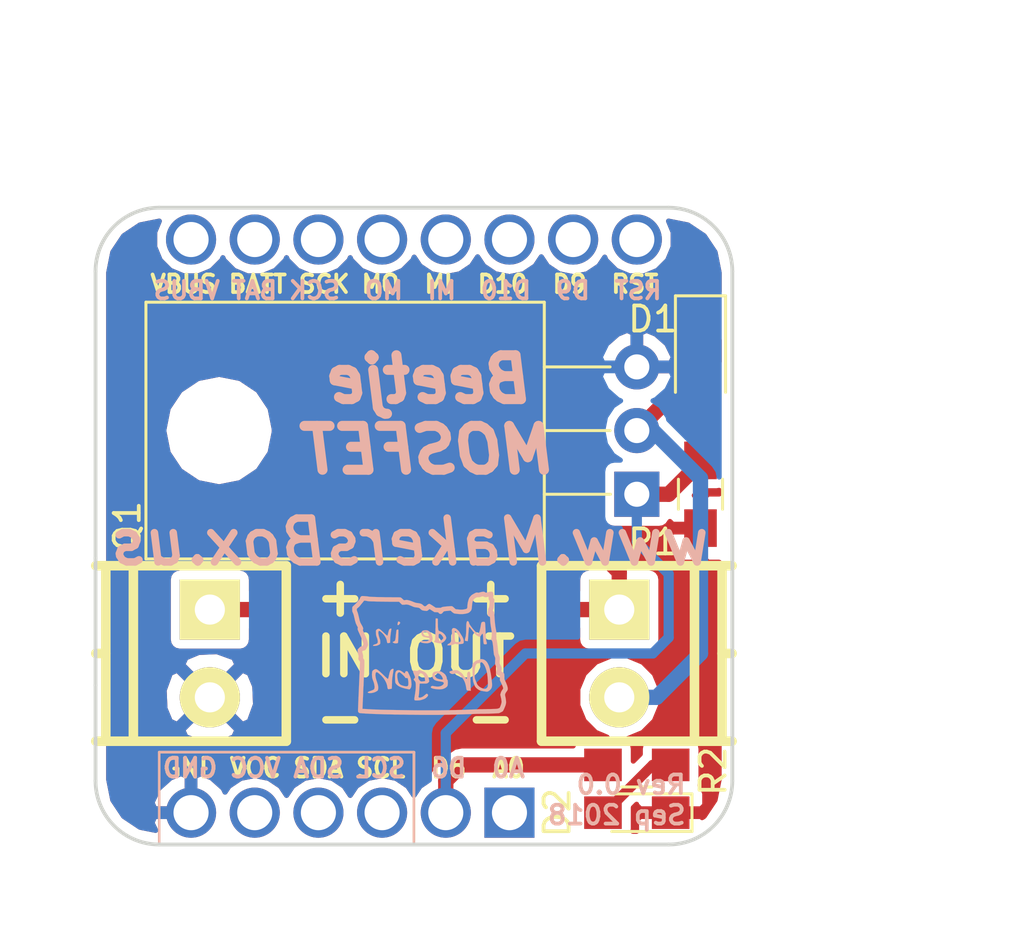
<source format=kicad_pcb>
(kicad_pcb (version 4) (host pcbnew 4.0.7)

  (general
    (links 12)
    (no_connects 0)
    (area 123.114999 92.634999 148.665001 118.185001)
    (thickness 1.6)
    (drawings 17)
    (tracks 31)
    (zones 0)
    (modules 10)
    (nets 18)
  )

  (page A)
  (title_block
    (title "Beetje 32U4 Blok")
    (date 2018-08-10)
    (rev 0.0)
    (company www.MakersBox.us)
    (comment 1 648.ken@gmail.com)
  )

  (layers
    (0 F.Cu signal)
    (31 B.Cu signal)
    (32 B.Adhes user)
    (33 F.Adhes user)
    (34 B.Paste user)
    (35 F.Paste user)
    (36 B.SilkS user)
    (37 F.SilkS user)
    (38 B.Mask user)
    (39 F.Mask user)
    (40 Dwgs.User user)
    (41 Cmts.User user)
    (42 Eco1.User user)
    (43 Eco2.User user)
    (44 Edge.Cuts user)
    (45 Margin user)
    (46 B.CrtYd user)
    (47 F.CrtYd user)
    (48 B.Fab user)
    (49 F.Fab user)
  )

  (setup
    (last_trace_width 0.4064)
    (user_trace_width 0.3048)
    (user_trace_width 0.4064)
    (user_trace_width 0.6096)
    (trace_clearance 0.2)
    (zone_clearance 0.35)
    (zone_45_only no)
    (trace_min 0.2)
    (segment_width 0.2)
    (edge_width 0.15)
    (via_size 0.6)
    (via_drill 0.4)
    (via_min_size 0.4)
    (via_min_drill 0.3)
    (uvia_size 0.3)
    (uvia_drill 0.1)
    (uvias_allowed no)
    (uvia_min_size 0.2)
    (uvia_min_drill 0.1)
    (pcb_text_width 0.3)
    (pcb_text_size 1.5 1.5)
    (mod_edge_width 0.15)
    (mod_text_size 1 1)
    (mod_text_width 0.15)
    (pad_size 2 2)
    (pad_drill 1.4)
    (pad_to_mask_clearance 0)
    (aux_axis_origin 0 0)
    (visible_elements 7FFFFFFF)
    (pcbplotparams
      (layerselection 0x00030_80000001)
      (usegerberextensions false)
      (excludeedgelayer true)
      (linewidth 0.100000)
      (plotframeref false)
      (viasonmask false)
      (mode 1)
      (useauxorigin false)
      (hpglpennumber 1)
      (hpglpenspeed 20)
      (hpglpendiameter 15)
      (hpglpenoverlay 2)
      (psnegative false)
      (psa4output false)
      (plotreference true)
      (plotvalue true)
      (plotinvisibletext false)
      (padsonsilk false)
      (subtractmaskfromsilk false)
      (outputformat 1)
      (mirror false)
      (drillshape 1)
      (scaleselection 1)
      (outputdirectory ""))
  )

  (net 0 "")
  (net 1 GND)
  (net 2 VBUS)
  (net 3 +BATT)
  (net 4 /D10)
  (net 5 /D9)
  (net 6 /SCL)
  (net 7 /SDA)
  (net 8 /A0)
  (net 9 /SCK)
  (net 10 /MOSI)
  (net 11 /MISO)
  (net 12 /~RESET)
  (net 13 VCC)
  (net 14 /D6)
  (net 15 "Net-(D1-Pad1)")
  (net 16 "Net-(D1-Pad2)")
  (net 17 "Net-(D2-Pad2)")

  (net_class Default "This is the default net class."
    (clearance 0.2)
    (trace_width 0.25)
    (via_dia 0.6)
    (via_drill 0.4)
    (uvia_dia 0.3)
    (uvia_drill 0.1)
    (add_net +BATT)
    (add_net /A0)
    (add_net /D10)
    (add_net /D6)
    (add_net /D9)
    (add_net /MISO)
    (add_net /MOSI)
    (add_net /SCK)
    (add_net /SCL)
    (add_net /SDA)
    (add_net /~RESET)
    (add_net GND)
    (add_net "Net-(D1-Pad1)")
    (add_net "Net-(D1-Pad2)")
    (add_net "Net-(D2-Pad2)")
    (add_net VBUS)
    (add_net VCC)
  )

  (module footprints:D_SOD-123F (layer F.Cu) (tedit 5BA45D80) (tstamp 5BA45895)
    (at 147.32 98.425 270)
    (descr D_SOD-123F)
    (tags D_SOD-123F)
    (path /5BA46053)
    (attr smd)
    (fp_text reference D1 (at -1.27 1.905 360) (layer F.SilkS)
      (effects (font (size 1 1) (thickness 0.15)))
    )
    (fp_text value D (at 0 2.1 270) (layer F.Fab)
      (effects (font (size 1 1) (thickness 0.15)))
    )
    (fp_text user %R (at -0.127 -1.905 270) (layer F.Fab)
      (effects (font (size 1 1) (thickness 0.15)))
    )
    (fp_line (start -2.2 -1) (end -2.2 1) (layer F.SilkS) (width 0.12))
    (fp_line (start 0.25 0) (end 0.75 0) (layer F.Fab) (width 0.1))
    (fp_line (start 0.25 0.4) (end -0.35 0) (layer F.Fab) (width 0.1))
    (fp_line (start 0.25 -0.4) (end 0.25 0.4) (layer F.Fab) (width 0.1))
    (fp_line (start -0.35 0) (end 0.25 -0.4) (layer F.Fab) (width 0.1))
    (fp_line (start -0.35 0) (end -0.35 0.55) (layer F.Fab) (width 0.1))
    (fp_line (start -0.35 0) (end -0.35 -0.55) (layer F.Fab) (width 0.1))
    (fp_line (start -0.75 0) (end -0.35 0) (layer F.Fab) (width 0.1))
    (fp_line (start -1.4 0.9) (end -1.4 -0.9) (layer F.Fab) (width 0.1))
    (fp_line (start 1.4 0.9) (end -1.4 0.9) (layer F.Fab) (width 0.1))
    (fp_line (start 1.4 -0.9) (end 1.4 0.9) (layer F.Fab) (width 0.1))
    (fp_line (start -1.4 -0.9) (end 1.4 -0.9) (layer F.Fab) (width 0.1))
    (fp_line (start -2.2 -1.15) (end 2.2 -1.15) (layer F.CrtYd) (width 0.05))
    (fp_line (start 2.2 -1.15) (end 2.2 1.15) (layer F.CrtYd) (width 0.05))
    (fp_line (start 2.2 1.15) (end -2.2 1.15) (layer F.CrtYd) (width 0.05))
    (fp_line (start -2.2 -1.15) (end -2.2 1.15) (layer F.CrtYd) (width 0.05))
    (fp_line (start -2.2 1) (end 1.65 1) (layer F.SilkS) (width 0.12))
    (fp_line (start -2.2 -1) (end 1.65 -1) (layer F.SilkS) (width 0.12))
    (pad 1 smd rect (at -1.4 0 270) (size 1.1 1.1) (layers F.Cu F.Paste F.Mask)
      (net 15 "Net-(D1-Pad1)"))
    (pad 2 smd rect (at 1.4 0 270) (size 1.1 1.1) (layers F.Cu F.Paste F.Mask)
      (net 16 "Net-(D1-Pad2)"))
    (model ${KISYS3DMOD}/Diodes_SMD.3dshapes/D_SOD-123F.wrl
      (at (xyz 0 0 0))
      (scale (xyz 1 1 1))
      (rotate (xyz 0 0 0))
    )
  )

  (module LEDs:LED_0805_HandSoldering (layer F.Cu) (tedit 5BA45D36) (tstamp 5BA458AA)
    (at 144.78 116.84 180)
    (descr "Resistor SMD 0805, hand soldering")
    (tags "resistor 0805")
    (path /5BA461C5)
    (attr smd)
    (fp_text reference D2 (at 3.175 0 270) (layer F.SilkS)
      (effects (font (size 1 1) (thickness 0.15)))
    )
    (fp_text value LED (at 0 1.75 180) (layer F.Fab)
      (effects (font (size 1 1) (thickness 0.15)))
    )
    (fp_line (start -0.4 -0.4) (end -0.4 0.4) (layer F.Fab) (width 0.1))
    (fp_line (start -0.4 0) (end 0.2 -0.4) (layer F.Fab) (width 0.1))
    (fp_line (start 0.2 0.4) (end -0.4 0) (layer F.Fab) (width 0.1))
    (fp_line (start 0.2 -0.4) (end 0.2 0.4) (layer F.Fab) (width 0.1))
    (fp_line (start -1 0.62) (end -1 -0.62) (layer F.Fab) (width 0.1))
    (fp_line (start 1 0.62) (end -1 0.62) (layer F.Fab) (width 0.1))
    (fp_line (start 1 -0.62) (end 1 0.62) (layer F.Fab) (width 0.1))
    (fp_line (start -1 -0.62) (end 1 -0.62) (layer F.Fab) (width 0.1))
    (fp_line (start 1 0.75) (end -2.2 0.75) (layer F.SilkS) (width 0.12))
    (fp_line (start -2.2 -0.75) (end 1 -0.75) (layer F.SilkS) (width 0.12))
    (fp_line (start -2.35 -0.9) (end 2.35 -0.9) (layer F.CrtYd) (width 0.05))
    (fp_line (start -2.35 -0.9) (end -2.35 0.9) (layer F.CrtYd) (width 0.05))
    (fp_line (start 2.35 0.9) (end 2.35 -0.9) (layer F.CrtYd) (width 0.05))
    (fp_line (start 2.35 0.9) (end -2.35 0.9) (layer F.CrtYd) (width 0.05))
    (fp_line (start -2.2 -0.75) (end -2.2 0.75) (layer F.SilkS) (width 0.12))
    (pad 1 smd rect (at -1.35 0 180) (size 1.5 1.3) (layers F.Cu F.Paste F.Mask)
      (net 1 GND))
    (pad 2 smd rect (at 1.35 0 180) (size 1.5 1.3) (layers F.Cu F.Paste F.Mask)
      (net 17 "Net-(D2-Pad2)"))
    (model ${KISYS3DMOD}/LEDs.3dshapes/LED_0805.wrl
      (at (xyz 0 0 0))
      (scale (xyz 1 1 1))
      (rotate (xyz 0 0 0))
    )
  )

  (module TO_SOT_Packages_THT:TO-220-3_Horizontal (layer F.Cu) (tedit 5BA45F21) (tstamp 5BA45900)
    (at 144.78 104.14 90)
    (descr "TO-220-3, Horizontal, RM 2.54mm")
    (tags "TO-220-3 Horizontal RM 2.54mm")
    (path /5BA46E1D)
    (fp_text reference Q1 (at -1.27 -20.32 270) (layer F.SilkS)
      (effects (font (size 1 1) (thickness 0.15)))
    )
    (fp_text value Q_NMOS_GDS (at 2.54 1.9 90) (layer F.Fab)
      (effects (font (size 1 1) (thickness 0.15)))
    )
    (fp_text user %R (at -1.27 -20.32 270) (layer F.Fab)
      (effects (font (size 1 1) (thickness 0.15)))
    )
    (fp_line (start -2.46 -13.06) (end -2.46 -19.46) (layer F.Fab) (width 0.1))
    (fp_line (start -2.46 -19.46) (end 7.54 -19.46) (layer F.Fab) (width 0.1))
    (fp_line (start 7.54 -19.46) (end 7.54 -13.06) (layer F.Fab) (width 0.1))
    (fp_line (start 7.54 -13.06) (end -2.46 -13.06) (layer F.Fab) (width 0.1))
    (fp_line (start -2.46 -3.81) (end -2.46 -13.06) (layer F.Fab) (width 0.1))
    (fp_line (start -2.46 -13.06) (end 7.54 -13.06) (layer F.Fab) (width 0.1))
    (fp_line (start 7.54 -13.06) (end 7.54 -3.81) (layer F.Fab) (width 0.1))
    (fp_line (start 7.54 -3.81) (end -2.46 -3.81) (layer F.Fab) (width 0.1))
    (fp_line (start 0 -3.81) (end 0 0) (layer F.Fab) (width 0.1))
    (fp_line (start 2.54 -3.81) (end 2.54 0) (layer F.Fab) (width 0.1))
    (fp_line (start 5.08 -3.81) (end 5.08 0) (layer F.Fab) (width 0.1))
    (fp_line (start -2.58 -3.69) (end 7.66 -3.69) (layer F.SilkS) (width 0.12))
    (fp_line (start -2.58 -19.58) (end 7.66 -19.58) (layer F.SilkS) (width 0.12))
    (fp_line (start -2.58 -19.58) (end -2.58 -3.69) (layer F.SilkS) (width 0.12))
    (fp_line (start 7.66 -19.58) (end 7.66 -3.69) (layer F.SilkS) (width 0.12))
    (fp_line (start 0 -3.69) (end 0 -1.05) (layer F.SilkS) (width 0.12))
    (fp_line (start 2.54 -3.69) (end 2.54 -1.066) (layer F.SilkS) (width 0.12))
    (fp_line (start 5.08 -3.69) (end 5.08 -1.066) (layer F.SilkS) (width 0.12))
    (fp_line (start -2.71 -19.71) (end -2.71 1.15) (layer F.CrtYd) (width 0.05))
    (fp_line (start -2.71 1.15) (end 7.79 1.15) (layer F.CrtYd) (width 0.05))
    (fp_line (start 7.79 1.15) (end 7.79 -19.71) (layer F.CrtYd) (width 0.05))
    (fp_line (start 7.79 -19.71) (end -2.71 -19.71) (layer F.CrtYd) (width 0.05))
    (fp_circle (center 2.54 -16.66) (end 4.39 -16.66) (layer F.Fab) (width 0.1))
    (pad 0 np_thru_hole oval (at 2.54 -16.66 90) (size 3.5 3.5) (drill 3.5) (layers *.Cu *.Mask))
    (pad 1 thru_hole rect (at 0 0 90) (size 1.8 1.8) (drill 1) (layers *.Cu *.Mask)
      (net 14 /D6))
    (pad 2 thru_hole oval (at 2.54 0 90) (size 1.8 1.8) (drill 1) (layers *.Cu *.Mask)
      (net 16 "Net-(D1-Pad2)"))
    (pad 3 thru_hole oval (at 5.08 0 90) (size 1.8 1.8) (drill 1) (layers *.Cu *.Mask)
      (net 1 GND))
    (model ${KISYS3DMOD}/TO_SOT_Packages_THT.3dshapes/TO-220-3_Horizontal.wrl
      (at (xyz 0.1 0 0))
      (scale (xyz 0.393701 0.393701 0.393701))
      (rotate (xyz 0 0 0))
    )
  )

  (module Resistors_SMD:R_0805_HandSoldering (layer F.Cu) (tedit 5BA45D78) (tstamp 5BA45911)
    (at 147.32 104.14 270)
    (descr "Resistor SMD 0805, hand soldering")
    (tags "resistor 0805")
    (path /5BA45F69)
    (attr smd)
    (fp_text reference R1 (at 1.905 1.905 360) (layer F.SilkS)
      (effects (font (size 1 1) (thickness 0.15)))
    )
    (fp_text value 10K (at 0 1.75 270) (layer F.Fab)
      (effects (font (size 1 1) (thickness 0.15)))
    )
    (fp_text user %R (at 0 0 270) (layer F.Fab)
      (effects (font (size 0.5 0.5) (thickness 0.075)))
    )
    (fp_line (start -1 0.62) (end -1 -0.62) (layer F.Fab) (width 0.1))
    (fp_line (start 1 0.62) (end -1 0.62) (layer F.Fab) (width 0.1))
    (fp_line (start 1 -0.62) (end 1 0.62) (layer F.Fab) (width 0.1))
    (fp_line (start -1 -0.62) (end 1 -0.62) (layer F.Fab) (width 0.1))
    (fp_line (start 0.6 0.88) (end -0.6 0.88) (layer F.SilkS) (width 0.12))
    (fp_line (start -0.6 -0.88) (end 0.6 -0.88) (layer F.SilkS) (width 0.12))
    (fp_line (start -2.35 -0.9) (end 2.35 -0.9) (layer F.CrtYd) (width 0.05))
    (fp_line (start -2.35 -0.9) (end -2.35 0.9) (layer F.CrtYd) (width 0.05))
    (fp_line (start 2.35 0.9) (end 2.35 -0.9) (layer F.CrtYd) (width 0.05))
    (fp_line (start 2.35 0.9) (end -2.35 0.9) (layer F.CrtYd) (width 0.05))
    (pad 1 smd rect (at -1.35 0 270) (size 1.5 1.3) (layers F.Cu F.Paste F.Mask)
      (net 14 /D6))
    (pad 2 smd rect (at 1.35 0 270) (size 1.5 1.3) (layers F.Cu F.Paste F.Mask)
      (net 1 GND))
    (model ${KISYS3DMOD}/Resistors_SMD.3dshapes/R_0805.wrl
      (at (xyz 0 0 0))
      (scale (xyz 1 1 1))
      (rotate (xyz 0 0 0))
    )
  )

  (module Resistors_SMD:R_0805_HandSoldering (layer F.Cu) (tedit 5BA45D9F) (tstamp 5BA45922)
    (at 144.78 114.935 180)
    (descr "Resistor SMD 0805, hand soldering")
    (tags "resistor 0805")
    (path /5BA4611C)
    (attr smd)
    (fp_text reference R2 (at -3.048 -0.254 270) (layer F.SilkS)
      (effects (font (size 1 1) (thickness 0.15)))
    )
    (fp_text value 1K (at 0 1.75 180) (layer F.Fab)
      (effects (font (size 1 1) (thickness 0.15)))
    )
    (fp_text user %R (at 0 0 180) (layer F.Fab)
      (effects (font (size 0.5 0.5) (thickness 0.075)))
    )
    (fp_line (start -1 0.62) (end -1 -0.62) (layer F.Fab) (width 0.1))
    (fp_line (start 1 0.62) (end -1 0.62) (layer F.Fab) (width 0.1))
    (fp_line (start 1 -0.62) (end 1 0.62) (layer F.Fab) (width 0.1))
    (fp_line (start -1 -0.62) (end 1 -0.62) (layer F.Fab) (width 0.1))
    (fp_line (start 0.6 0.88) (end -0.6 0.88) (layer F.SilkS) (width 0.12))
    (fp_line (start -0.6 -0.88) (end 0.6 -0.88) (layer F.SilkS) (width 0.12))
    (fp_line (start -2.35 -0.9) (end 2.35 -0.9) (layer F.CrtYd) (width 0.05))
    (fp_line (start -2.35 -0.9) (end -2.35 0.9) (layer F.CrtYd) (width 0.05))
    (fp_line (start 2.35 0.9) (end 2.35 -0.9) (layer F.CrtYd) (width 0.05))
    (fp_line (start 2.35 0.9) (end -2.35 0.9) (layer F.CrtYd) (width 0.05))
    (pad 1 smd rect (at -1.35 0 180) (size 1.5 1.3) (layers F.Cu F.Paste F.Mask)
      (net 17 "Net-(D2-Pad2)"))
    (pad 2 smd rect (at 1.35 0 180) (size 1.5 1.3) (layers F.Cu F.Paste F.Mask)
      (net 14 /D6))
    (model ${KISYS3DMOD}/Resistors_SMD.3dshapes/R_0805.wrl
      (at (xyz 0 0 0))
      (scale (xyz 1 1 1))
      (rotate (xyz 0 0 0))
    )
  )

  (module footprints:terminal (layer F.Cu) (tedit 54264154) (tstamp 5BA45B04)
    (at 144.78 110.49 90)
    (descr "2-way 3.5mm pitch terminal block, Phoenix PT series")
    (path /5BA45833)
    (fp_text reference J3 (at 0 5.3 90) (layer F.SilkS) hide
      (effects (font (size 1.5 1.5) (thickness 0.3)))
    )
    (fp_text value Conn_01x02 (at 0.127 -4.064 90) (layer F.SilkS) hide
      (effects (font (size 1.5 1.5) (thickness 0.3)))
    )
    (fp_line (start 0 3.4) (end 0 3.8) (layer F.SilkS) (width 0.381))
    (fp_line (start -3.5 2.3) (end 3.5 2.3) (layer F.SilkS) (width 0.381))
    (fp_line (start -3.5 3.4) (end 3.5 3.4) (layer F.SilkS) (width 0.381))
    (fp_line (start -3.5 -3.8) (end -3.5 3.8) (layer F.SilkS) (width 0.381))
    (fp_line (start 3.5 3.8) (end 3.5 -3.8) (layer F.SilkS) (width 0.381))
    (fp_line (start 3.5 -3.8) (end -3.5 -3.8) (layer F.SilkS) (width 0.381))
    (pad 2 thru_hole circle (at -1.75 -0.7 90) (size 2.4 2.4) (drill 1.2) (layers *.Cu *.Mask F.SilkS)
      (net 16 "Net-(D1-Pad2)"))
    (pad 1 thru_hole rect (at 1.75 -0.7 90) (size 2.4 2.4) (drill 1.2) (layers *.Cu *.Mask F.SilkS)
      (net 15 "Net-(D1-Pad1)"))
    (model walter/conn_pt-1_5/pt_1,5-2-3,5-h.wrl
      (at (xyz 0 0 0))
      (scale (xyz 1 1 1))
      (rotate (xyz 0 0 0))
    )
    (model lib/conn_pt-1_5/pt_1,5-2-3,5-h.wrl
      (at (xyz 0 0 0))
      (scale (xyz 1 1 1))
      (rotate (xyz 0 0 0))
    )
  )

  (module footprints:terminal_mirror (layer F.Cu) (tedit 5BA45696) (tstamp 5BA46344)
    (at 127 110.49 270)
    (descr "2-way 3.5mm pitch terminal block, Phoenix PT series")
    (path /5BA458A5)
    (fp_text reference J1 (at 0 5.3 270) (layer F.SilkS) hide
      (effects (font (size 1.5 1.5) (thickness 0.3)))
    )
    (fp_text value Conn_01x02 (at 0.127 -4.064 270) (layer F.SilkS) hide
      (effects (font (size 1.5 1.5) (thickness 0.3)))
    )
    (fp_line (start 0 3.4) (end 0 3.8) (layer F.SilkS) (width 0.381))
    (fp_line (start -3.5 2.3) (end 3.5 2.3) (layer F.SilkS) (width 0.381))
    (fp_line (start -3.5 3.4) (end 3.5 3.4) (layer F.SilkS) (width 0.381))
    (fp_line (start -3.5 -3.8) (end -3.5 3.8) (layer F.SilkS) (width 0.381))
    (fp_line (start 3.5 3.8) (end 3.5 -3.8) (layer F.SilkS) (width 0.381))
    (fp_line (start 3.5 -3.8) (end -3.5 -3.8) (layer F.SilkS) (width 0.381))
    (pad 2 thru_hole circle (at 1.75 -0.75 270) (size 2.4 2.4) (drill 1.2) (layers *.Cu *.Mask F.SilkS)
      (net 1 GND))
    (pad 1 thru_hole rect (at -1.75 -0.75 270) (size 2.4 2.4) (drill 1.2) (layers *.Cu *.Mask F.SilkS)
      (net 15 "Net-(D1-Pad1)"))
    (model walter/conn_pt-1_5/pt_1,5-2-3,5-h.wrl
      (at (xyz 0 0 0))
      (scale (xyz 1 1 1))
      (rotate (xyz 0 0 0))
    )
    (model lib/conn_pt-1_5/pt_1,5-2-3,5-h.wrl
      (at (xyz 0 0 0))
      (scale (xyz 1 1 1))
      (rotate (xyz 0 0 0))
    )
  )

  (module footprints:Beetje_Top (layer F.Cu) (tedit 5B9833E2) (tstamp 5B948C24)
    (at 144.78 93.98 270)
    (descr "Through hole straight pin header, 1x08, 2.54mm pitch, single row")
    (tags "Through hole pin header THT 1x08 2.54mm single row")
    (path /5B6D51CD)
    (fp_text reference J4 (at -2.286 0.127 360) (layer F.SilkS) hide
      (effects (font (size 1 1) (thickness 0.15)))
    )
    (fp_text value Beetje_Top (at -2.413 14.605 360) (layer F.Fab)
      (effects (font (size 1 1) (thickness 0.15)))
    )
    (fp_text user "RST  D9  D10  MI  MO  SCK BAT VBUS" (at 2.032 9.144 360) (layer B.SilkS)
      (effects (font (size 0.7 0.675) (thickness 0.15)) (justify mirror))
    )
    (fp_text user "VBUS BATT SCK MO  MI  D10  D9  RST" (at 1.778 9.271 360) (layer F.SilkS)
      (effects (font (size 0.7 0.675) (thickness 0.15)))
    )
    (fp_line (start -0.635 -1.27) (end 1.27 -1.27) (layer F.Fab) (width 0.1))
    (fp_line (start 1.27 -1.27) (end 1.27 19.05) (layer F.Fab) (width 0.1))
    (fp_line (start 1.27 19.05) (end -1.27 19.05) (layer F.Fab) (width 0.1))
    (fp_line (start -1.27 19.05) (end -1.27 -0.635) (layer F.Fab) (width 0.1))
    (fp_line (start -1.27 -0.635) (end -0.635 -1.27) (layer F.Fab) (width 0.1))
    (fp_line (start -1.8 -1.8) (end -1.8 19.55) (layer F.CrtYd) (width 0.05))
    (fp_line (start -1.8 19.55) (end 1.8 19.55) (layer F.CrtYd) (width 0.05))
    (fp_line (start 1.8 19.55) (end 1.8 -1.8) (layer F.CrtYd) (width 0.05))
    (fp_line (start 1.8 -1.8) (end -1.8 -1.8) (layer F.CrtYd) (width 0.05))
    (fp_text user %R (at 0 8.89 360) (layer F.Fab)
      (effects (font (size 1 1) (thickness 0.15)))
    )
    (pad 1 thru_hole circle (at 0 0 270) (size 2 2) (drill 1.4) (layers *.Cu *.Mask)
      (net 12 /~RESET))
    (pad 2 thru_hole oval (at 0 2.54 270) (size 2 2) (drill 1.4) (layers *.Cu *.Mask)
      (net 5 /D9))
    (pad 3 thru_hole oval (at 0 5.08 270) (size 2 2) (drill 1.4) (layers *.Cu *.Mask)
      (net 4 /D10))
    (pad 4 thru_hole oval (at 0 7.62 270) (size 2 2) (drill 1.4) (layers *.Cu *.Mask)
      (net 11 /MISO))
    (pad 5 thru_hole circle (at 0 10.16 270) (size 2 2) (drill 1.4) (layers *.Cu *.Mask)
      (net 10 /MOSI))
    (pad 6 thru_hole circle (at 0 12.7 270) (size 2 2) (drill 1.4) (layers *.Cu *.Mask)
      (net 9 /SCK))
    (pad 7 thru_hole circle (at 0 15.24 270) (size 2 2) (drill 1.4) (layers *.Cu *.Mask)
      (net 3 +BATT))
    (pad 8 thru_hole circle (at 0 17.78 270) (size 2 2) (drill 1.4) (layers *.Cu *.Mask)
      (net 2 VBUS))
  )

  (module footprints:Beetje_Bottom (layer F.Cu) (tedit 5B9833A5) (tstamp 5B948C0F)
    (at 139.7 116.84 270)
    (descr "Through hole straight pin header, 1x06, 2.54mm pitch, single row")
    (tags "Through hole pin header THT 1x06 2.54mm single row")
    (path /5B6D5224)
    (fp_text reference J2 (at 2.286 -1.27 360) (layer F.SilkS) hide
      (effects (font (size 1 1) (thickness 0.15)))
    )
    (fp_text value Beetje_Bottom (at 2.286 9.525 360) (layer F.Fab)
      (effects (font (size 1 1) (thickness 0.15)))
    )
    (fp_line (start 1.27 13.97) (end -2.413 13.97) (layer B.SilkS) (width 0.1))
    (fp_line (start -2.413 13.97) (end -2.413 3.81) (layer B.SilkS) (width 0.1))
    (fp_line (start -2.413 3.81) (end 1.27 3.81) (layer B.SilkS) (width 0.1))
    (fp_line (start 1.143 13.97) (end -2.413 13.97) (layer F.SilkS) (width 0.1))
    (fp_line (start -2.413 13.97) (end -2.413 3.81) (layer F.SilkS) (width 0.1))
    (fp_line (start -2.413 3.81) (end 1.143 3.81) (layer F.SilkS) (width 0.1))
    (fp_text user "A0  D6  SCL SDA VCC GND" (at -1.778 6.604 360) (layer B.SilkS)
      (effects (font (size 0.75 0.7) (thickness 0.15)) (justify mirror))
    )
    (fp_text user "GND VCC SDA SCL  D6  A0" (at -1.778 6.604 360) (layer F.SilkS)
      (effects (font (size 0.75 0.7) (thickness 0.15)))
    )
    (fp_line (start -0.635 -1.27) (end 1.27 -1.27) (layer F.Fab) (width 0.1))
    (fp_line (start 1.27 -1.27) (end 1.27 13.97) (layer F.Fab) (width 0.1))
    (fp_line (start 1.27 13.97) (end -1.27 13.97) (layer F.Fab) (width 0.1))
    (fp_line (start -1.27 13.97) (end -1.27 -0.635) (layer F.Fab) (width 0.1))
    (fp_line (start -1.27 -0.635) (end -0.635 -1.27) (layer F.Fab) (width 0.1))
    (fp_line (start -1.8 -1.8) (end -1.8 14.5) (layer F.CrtYd) (width 0.05))
    (fp_line (start -1.8 14.5) (end 1.8 14.5) (layer F.CrtYd) (width 0.05))
    (fp_line (start 1.8 14.5) (end 1.8 -1.8) (layer F.CrtYd) (width 0.05))
    (fp_line (start 1.8 -1.8) (end -1.8 -1.8) (layer F.CrtYd) (width 0.05))
    (fp_text user %R (at 0 6.35 360) (layer F.Fab)
      (effects (font (size 1 1) (thickness 0.15)))
    )
    (pad 1 thru_hole rect (at 0 0 270) (size 2 2) (drill 1.4) (layers *.Cu *.Mask)
      (net 8 /A0))
    (pad 2 thru_hole oval (at 0 2.54 270) (size 2 2) (drill 1.4) (layers *.Cu *.Mask)
      (net 14 /D6))
    (pad 3 thru_hole oval (at 0 5.08 270) (size 2 2) (drill 1.4) (layers *.Cu *.Mask)
      (net 6 /SCL))
    (pad 4 thru_hole oval (at 0 7.62 270) (size 2 2) (drill 1.4) (layers *.Cu *.Mask)
      (net 7 /SDA))
    (pad 5 thru_hole oval (at 0 10.16 270) (size 2 2) (drill 1.4) (layers *.Cu *.Mask)
      (net 13 VCC))
    (pad 6 thru_hole oval (at 0 12.7 270) (size 2 2) (drill 1.4) (layers *.Cu *.Mask)
      (net 1 GND))
  )

  (module footprints:MadeInOregonRev25 (layer F.Cu) (tedit 5B7EDC92) (tstamp 5BA46FBA)
    (at 136.525 110.49)
    (fp_text reference VAL (at 0 0) (layer F.SilkS) hide
      (effects (font (size 1.143 1.143) (thickness 0.1778)))
    )
    (fp_text value MadeInOregonRev25 (at 0 0) (layer F.SilkS) hide
      (effects (font (size 0.5 0.5) (thickness 0.125)))
    )
    (fp_poly (pts (xy -3.09626 -1.76022) (xy -3.09626 -1.72212) (xy -3.09372 -1.69672) (xy -3.09118 -1.67386)
      (xy -3.0861 -1.65608) (xy -3.07594 -1.63576) (xy -3.0734 -1.62814) (xy -3.0607 -1.6002)
      (xy -3.05054 -1.5748) (xy -3.04038 -1.54432) (xy -3.03022 -1.50876) (xy -3.02006 -1.46304)
      (xy -3.00736 -1.4097) (xy -3.00228 -1.39192) (xy -2.98704 -1.31826) (xy -2.96926 -1.2573)
      (xy -2.95402 -1.20396) (xy -2.9337 -1.15824) (xy -2.91338 -1.1176) (xy -2.91338 -1.74752)
      (xy -2.91338 -1.76276) (xy -2.91084 -1.77546) (xy -2.90322 -1.78816) (xy -2.89052 -1.8034)
      (xy -2.86766 -1.82118) (xy -2.8575 -1.83134) (xy -2.82956 -1.8542) (xy -2.80416 -1.8796)
      (xy -2.78638 -1.90246) (xy -2.77876 -1.91008) (xy -2.76606 -1.92786) (xy -2.74574 -1.95326)
      (xy -2.72034 -1.98374) (xy -2.69494 -2.01422) (xy -2.6924 -2.01676) (xy -2.66954 -2.0447)
      (xy -2.64922 -2.0701) (xy -2.63652 -2.08788) (xy -2.6289 -2.09804) (xy -2.6289 -2.10058)
      (xy -2.62382 -2.10566) (xy -2.60604 -2.10566) (xy -2.58064 -2.10566) (xy -2.55016 -2.10058)
      (xy -2.51968 -2.0955) (xy -2.50952 -2.09296) (xy -2.49682 -2.09042) (xy -2.48412 -2.08534)
      (xy -2.46888 -2.08534) (xy -2.4511 -2.0828) (xy -2.4257 -2.08026) (xy -2.39268 -2.07772)
      (xy -2.35458 -2.07772) (xy -2.30632 -2.07518) (xy -2.2479 -2.07518) (xy -2.17678 -2.07264)
      (xy -2.09296 -2.0701) (xy -2.03962 -2.0701) (xy -1.95326 -2.06756) (xy -1.8669 -2.06756)
      (xy -1.78054 -2.06502) (xy -1.69672 -2.06502) (xy -1.61798 -2.06248) (xy -1.54686 -2.06248)
      (xy -1.48336 -2.06248) (xy -1.4351 -2.06248) (xy -1.4224 -2.06248) (xy -1.22936 -2.06248)
      (xy -1.1684 -2.00152) (xy -1.10744 -1.9431) (xy -1.0668 -1.9431) (xy -1.03886 -1.9431)
      (xy -1.0033 -1.94564) (xy -0.97536 -1.95072) (xy -0.94234 -1.95326) (xy -0.91186 -1.95072)
      (xy -0.87884 -1.94564) (xy -0.8382 -1.93548) (xy -0.79248 -1.9177) (xy -0.7366 -1.89484)
      (xy -0.72136 -1.88976) (xy -0.67818 -1.86944) (xy -0.64516 -1.85674) (xy -0.61722 -1.84912)
      (xy -0.59182 -1.84404) (xy -0.56388 -1.83896) (xy -0.5461 -1.83642) (xy -0.50038 -1.83134)
      (xy -0.46482 -1.82626) (xy -0.43688 -1.81864) (xy -0.41656 -1.80848) (xy -0.39624 -1.79578)
      (xy -0.37592 -1.77546) (xy -0.37338 -1.77292) (xy -0.35052 -1.7526) (xy -0.32512 -1.73482)
      (xy -0.30734 -1.72212) (xy -0.30734 -1.72212) (xy -0.28702 -1.71704) (xy -0.25654 -1.71196)
      (xy -0.22098 -1.70434) (xy -0.18288 -1.7018) (xy -0.14986 -1.69672) (xy -0.12446 -1.69672)
      (xy -0.10922 -1.69926) (xy -0.09652 -1.70688) (xy -0.07366 -1.71958) (xy -0.05334 -1.73736)
      (xy -0.03048 -1.75768) (xy -0.01524 -1.7653) (xy -0.00508 -1.76784) (xy 0 -1.7653)
      (xy 0.01016 -1.75768) (xy 0.03048 -1.74498) (xy 0.05842 -1.7272) (xy 0.0889 -1.70688)
      (xy 0.09652 -1.7018) (xy 0.18288 -1.64846) (xy 0.25908 -1.64592) (xy 0.29464 -1.64338)
      (xy 0.3175 -1.64084) (xy 0.3302 -1.6383) (xy 0.34036 -1.63322) (xy 0.34544 -1.6256)
      (xy 0.34798 -1.62052) (xy 0.3683 -1.59766) (xy 0.39624 -1.58242) (xy 0.42672 -1.5748)
      (xy 0.4318 -1.5748) (xy 0.45974 -1.58242) (xy 0.48768 -1.6002) (xy 0.51562 -1.63068)
      (xy 0.52578 -1.64338) (xy 0.53848 -1.65608) (xy 0.5461 -1.66624) (xy 0.55626 -1.67386)
      (xy 0.56896 -1.68148) (xy 0.58928 -1.68402) (xy 0.61468 -1.6891) (xy 0.65278 -1.69418)
      (xy 0.70104 -1.69672) (xy 0.71628 -1.69926) (xy 0.8255 -1.70942) (xy 0.85598 -1.68148)
      (xy 0.89154 -1.64846) (xy 0.9271 -1.62306) (xy 0.95758 -1.60274) (xy 0.96774 -1.59766)
      (xy 0.9906 -1.59258) (xy 1.02362 -1.5875) (xy 1.0668 -1.58242) (xy 1.11252 -1.57734)
      (xy 1.16332 -1.57226) (xy 1.21158 -1.56972) (xy 1.2573 -1.56972) (xy 1.25984 -1.56972)
      (xy 1.3081 -1.56972) (xy 1.35128 -1.5748) (xy 1.39446 -1.57988) (xy 1.44272 -1.59004)
      (xy 1.48844 -1.6002) (xy 1.52146 -1.61036) (xy 1.54686 -1.62306) (xy 1.56972 -1.63576)
      (xy 1.59258 -1.65608) (xy 1.61798 -1.68148) (xy 1.63576 -1.7018) (xy 1.651 -1.72212)
      (xy 1.65862 -1.74498) (xy 1.66624 -1.77292) (xy 1.67386 -1.80848) (xy 1.6764 -1.85166)
      (xy 1.68148 -1.90246) (xy 1.6891 -1.9812) (xy 1.7018 -2.04978) (xy 1.72212 -2.10566)
      (xy 1.74752 -2.15138) (xy 1.75006 -2.15646) (xy 1.77546 -2.18186) (xy 1.81356 -2.2098)
      (xy 1.82626 -2.21742) (xy 1.8542 -2.23012) (xy 1.87706 -2.24028) (xy 1.89484 -2.24282)
      (xy 1.9177 -2.24282) (xy 1.92024 -2.24282) (xy 1.95834 -2.24282) (xy 2.00152 -2.25044)
      (xy 2.032 -2.25806) (xy 2.0701 -2.27076) (xy 2.09804 -2.27584) (xy 2.11582 -2.27838)
      (xy 2.13106 -2.2733) (xy 2.1463 -2.26822) (xy 2.15392 -2.26314) (xy 2.1844 -2.2479)
      (xy 2.22758 -2.24282) (xy 2.27584 -2.2479) (xy 2.29108 -2.25298) (xy 2.31394 -2.25806)
      (xy 2.33426 -2.26314) (xy 2.34188 -2.26314) (xy 2.34188 -2.25806) (xy 2.34442 -2.23774)
      (xy 2.34442 -2.21488) (xy 2.34442 -2.21234) (xy 2.34442 -2.1844) (xy 2.34696 -2.16408)
      (xy 2.35204 -2.1463) (xy 2.36474 -2.12852) (xy 2.3876 -2.0955) (xy 2.37998 -1.97612)
      (xy 2.37744 -1.9304) (xy 2.37236 -1.89738) (xy 2.36982 -1.87198) (xy 2.36474 -1.8542)
      (xy 2.35966 -1.83896) (xy 2.35204 -1.82372) (xy 2.34696 -1.8161) (xy 2.33172 -1.78562)
      (xy 2.3241 -1.75768) (xy 2.3241 -1.73736) (xy 2.32156 -1.70942) (xy 2.31902 -1.68656)
      (xy 2.31648 -1.67894) (xy 2.31394 -1.66116) (xy 2.30886 -1.63576) (xy 2.30886 -1.60274)
      (xy 2.30886 -1.59004) (xy 2.30886 -1.55702) (xy 2.30886 -1.5367) (xy 2.31394 -1.52146)
      (xy 2.32156 -1.5113) (xy 2.33172 -1.4986) (xy 2.33426 -1.49606) (xy 2.35458 -1.48082)
      (xy 2.3749 -1.4732) (xy 2.37744 -1.47066) (xy 2.3876 -1.47066) (xy 2.39268 -1.46558)
      (xy 2.39776 -1.45034) (xy 2.4003 -1.42494) (xy 2.40284 -1.39192) (xy 2.40538 -1.35382)
      (xy 2.40538 -1.33096) (xy 2.40792 -1.28778) (xy 2.413 -1.2319) (xy 2.42062 -1.16078)
      (xy 2.43332 -1.07442) (xy 2.4511 -0.97536) (xy 2.4511 -0.96774) (xy 2.45872 -0.92456)
      (xy 2.4638 -0.88392) (xy 2.46888 -0.85344) (xy 2.47142 -0.83058) (xy 2.47396 -0.82296)
      (xy 2.47396 -0.81026) (xy 2.47142 -0.7874) (xy 2.47142 -0.75692) (xy 2.46888 -0.72644)
      (xy 2.46888 -0.69342) (xy 2.46634 -0.66294) (xy 2.4638 -0.64262) (xy 2.46126 -0.635)
      (xy 2.4511 -0.6096) (xy 2.44856 -0.57912) (xy 2.4511 -0.54864) (xy 2.46126 -0.52324)
      (xy 2.4765 -0.51054) (xy 2.48412 -0.49784) (xy 2.49174 -0.47244) (xy 2.5019 -0.4318)
      (xy 2.50952 -0.37592) (xy 2.51968 -0.30734) (xy 2.5273 -0.2286) (xy 2.53238 -0.16764)
      (xy 2.53746 -0.1143) (xy 2.54254 -0.0635) (xy 2.54762 -0.02032) (xy 2.5527 0.01524)
      (xy 2.55524 0.04064) (xy 2.55778 0.05334) (xy 2.56794 0.07366) (xy 2.5781 0.1016)
      (xy 2.58826 0.127) (xy 2.59588 0.14732) (xy 2.6035 0.16256) (xy 2.60604 0.18034)
      (xy 2.60858 0.20066) (xy 2.60858 0.22606) (xy 2.60604 0.25908) (xy 2.6035 0.3048)
      (xy 2.6035 0.32512) (xy 2.60096 0.37084) (xy 2.60096 0.4064) (xy 2.60604 0.43434)
      (xy 2.61366 0.45974) (xy 2.62636 0.48768) (xy 2.64668 0.5207) (xy 2.66446 0.5588)
      (xy 2.67462 0.58674) (xy 2.6797 0.61468) (xy 2.67462 0.64262) (xy 2.66446 0.68072)
      (xy 2.65938 0.69088) (xy 2.64668 0.72898) (xy 2.63906 0.75946) (xy 2.63906 0.77978)
      (xy 2.6416 0.79756) (xy 2.64922 0.8128) (xy 2.64922 0.81534) (xy 2.66446 0.83058)
      (xy 2.68986 0.84836) (xy 2.72034 0.86614) (xy 2.75336 0.87884) (xy 2.77368 0.88646)
      (xy 2.794 0.89154) (xy 2.794 0.98044) (xy 2.794 1.07188) (xy 2.82448 1.13538)
      (xy 2.8575 1.20396) (xy 2.8829 1.26238) (xy 2.90322 1.31064) (xy 2.91592 1.3462)
      (xy 2.921 1.36652) (xy 2.92354 1.3843) (xy 2.92354 1.39954) (xy 2.91592 1.41478)
      (xy 2.90068 1.4351) (xy 2.90068 1.43764) (xy 2.87274 1.47828) (xy 2.84988 1.51638)
      (xy 2.8321 1.5621) (xy 2.82448 1.59004) (xy 2.80924 1.64338) (xy 2.8321 1.74244)
      (xy 2.84734 1.80848) (xy 2.85496 1.86182) (xy 2.86004 1.90754) (xy 2.86004 1.94818)
      (xy 2.85242 1.98628) (xy 2.84226 2.02438) (xy 2.84226 2.02438) (xy 2.82702 2.06756)
      (xy 2.81432 2.10566) (xy 2.79908 2.13868) (xy 2.78892 2.16154) (xy 2.77876 2.1717)
      (xy 2.77876 2.17424) (xy 2.7686 2.17678) (xy 2.74828 2.1844) (xy 2.74066 2.18948)
      (xy 2.7178 2.1971) (xy 2.68224 2.20472) (xy 2.63398 2.2098) (xy 2.57302 2.21234)
      (xy 2.49682 2.21488) (xy 2.40792 2.21742) (xy 2.30632 2.21742) (xy 2.29616 2.21742)
      (xy 2.24028 2.21996) (xy 2.17424 2.21996) (xy 2.10058 2.2225) (xy 2.02184 2.2225)
      (xy 1.9431 2.22504) (xy 1.86944 2.23012) (xy 1.84912 2.23012) (xy 1.6129 2.23774)
      (xy 1.38684 2.2479) (xy 1.16332 2.25298) (xy 0.9398 2.25806) (xy 0.71882 2.26314)
      (xy 0.4953 2.26568) (xy 0.26924 2.26822) (xy 0.03556 2.26822) (xy -0.2032 2.26822)
      (xy -0.45466 2.26822) (xy -0.71628 2.26568) (xy -0.84836 2.26314) (xy -1.03378 2.2606)
      (xy -1.20396 2.25806) (xy -1.36144 2.25552) (xy -1.50622 2.25298) (xy -1.64084 2.25044)
      (xy -1.7653 2.2479) (xy -1.88214 2.24536) (xy -1.98882 2.24282) (xy -2.08788 2.23774)
      (xy -2.17932 2.2352) (xy -2.26822 2.23266) (xy -2.35204 2.22758) (xy -2.39776 2.22504)
      (xy -2.46126 2.2225) (xy -2.51968 2.21742) (xy -2.57302 2.21488) (xy -2.61874 2.21234)
      (xy -2.65176 2.2098) (xy -2.67462 2.2098) (xy -2.68732 2.2098) (xy -2.68732 2.2098)
      (xy -2.68732 2.20218) (xy -2.68478 2.17932) (xy -2.68478 2.1463) (xy -2.68224 2.09804)
      (xy -2.6797 2.03962) (xy -2.67716 1.97104) (xy -2.67208 1.8923) (xy -2.66954 1.80594)
      (xy -2.66446 1.70942) (xy -2.65938 1.60782) (xy -2.65684 1.50114) (xy -2.65176 1.38684)
      (xy -2.64414 1.27) (xy -2.64414 1.25476) (xy -2.63906 1.11506) (xy -2.63398 0.98806)
      (xy -2.6289 0.87376) (xy -2.62382 0.77216) (xy -2.61874 0.68326) (xy -2.6162 0.60452)
      (xy -2.61366 0.53848) (xy -2.61112 0.47752) (xy -2.61112 0.42926) (xy -2.61112 0.38608)
      (xy -2.61112 0.35306) (xy -2.61112 0.32258) (xy -2.61112 0.29972) (xy -2.61366 0.28194)
      (xy -2.6162 0.2667) (xy -2.61874 0.25654) (xy -2.62128 0.24638) (xy -2.62636 0.23876)
      (xy -2.63144 0.23368) (xy -2.63652 0.22606) (xy -2.6416 0.21844) (xy -2.6543 0.2032)
      (xy -2.66192 0.18796) (xy -2.66446 0.17272) (xy -2.66192 0.14732) (xy -2.66192 0.13716)
      (xy -2.66192 0.1016) (xy -2.66446 0.06858) (xy -2.67462 0.02794) (xy -2.67462 0.0254)
      (xy -2.68732 -0.01778) (xy -2.69494 -0.04826) (xy -2.69748 -0.07112) (xy -2.69748 -0.08382)
      (xy -2.69494 -0.09398) (xy -2.68732 -0.09906) (xy -2.68732 -0.1016) (xy -2.66954 -0.10668)
      (xy -2.64668 -0.1143) (xy -2.63652 -0.1143) (xy -2.60858 -0.12192) (xy -2.58572 -0.13208)
      (xy -2.5654 -0.14732) (xy -2.54762 -0.17018) (xy -2.52476 -0.20574) (xy -2.50698 -0.2413)
      (xy -2.4638 -0.3302) (xy -2.47142 -0.40894) (xy -2.4765 -0.43942) (xy -2.48158 -0.46736)
      (xy -2.4892 -0.49276) (xy -2.49682 -0.5207) (xy -2.50952 -0.55626) (xy -2.52984 -0.59944)
      (xy -2.53492 -0.61214) (xy -2.55524 -0.66294) (xy -2.5781 -0.71374) (xy -2.60096 -0.76708)
      (xy -2.62128 -0.8128) (xy -2.63144 -0.83058) (xy -2.64668 -0.86868) (xy -2.65938 -0.89662)
      (xy -2.667 -0.91694) (xy -2.66954 -0.92964) (xy -2.667 -0.9398) (xy -2.667 -0.94996)
      (xy -2.65938 -0.97536) (xy -2.65938 -1.00584) (xy -2.66954 -1.03886) (xy -2.68732 -1.0795)
      (xy -2.71272 -1.12776) (xy -2.71526 -1.1303) (xy -2.73812 -1.17094) (xy -2.75844 -1.2065)
      (xy -2.77368 -1.23698) (xy -2.78384 -1.26746) (xy -2.79654 -1.30048) (xy -2.8067 -1.34112)
      (xy -2.81686 -1.38684) (xy -2.82702 -1.43256) (xy -2.84226 -1.49606) (xy -2.85496 -1.54686)
      (xy -2.86512 -1.5875) (xy -2.87528 -1.62052) (xy -2.88544 -1.64846) (xy -2.89306 -1.67132)
      (xy -2.90068 -1.68148) (xy -2.9083 -1.70942) (xy -2.91338 -1.7399) (xy -2.91338 -1.74752)
      (xy -2.91338 -1.1176) (xy -2.91084 -1.11506) (xy -2.90576 -1.09982) (xy -2.88798 -1.07188)
      (xy -2.87782 -1.04902) (xy -2.87274 -1.03632) (xy -2.87274 -1.02616) (xy -2.87782 -1.016)
      (xy -2.88036 -0.99822) (xy -2.8829 -0.98044) (xy -2.87782 -0.95758) (xy -2.8702 -0.92964)
      (xy -2.85496 -0.89408) (xy -2.83464 -0.84582) (xy -2.8194 -0.81534) (xy -2.78384 -0.73406)
      (xy -2.74828 -0.65786) (xy -2.72034 -0.58928) (xy -2.69494 -0.52832) (xy -2.67462 -0.47752)
      (xy -2.66192 -0.43688) (xy -2.6543 -0.40894) (xy -2.6543 -0.4064) (xy -2.64922 -0.37846)
      (xy -2.65176 -0.36068) (xy -2.65684 -0.34036) (xy -2.66446 -0.32766) (xy -2.67462 -0.30734)
      (xy -2.68732 -0.29464) (xy -2.70256 -0.28702) (xy -2.72542 -0.28194) (xy -2.73812 -0.2794)
      (xy -2.75336 -0.27686) (xy -2.77114 -0.2667) (xy -2.78892 -0.25146) (xy -2.81686 -0.22606)
      (xy -2.82448 -0.2159) (xy -2.84988 -0.1905) (xy -2.86766 -0.17272) (xy -2.87782 -0.16002)
      (xy -2.8829 -0.14732) (xy -2.8829 -0.13208) (xy -2.8829 -0.12192) (xy -2.88036 -0.06858)
      (xy -2.86766 -0.00762) (xy -2.85242 0.05588) (xy -2.8448 0.08382) (xy -2.84226 0.10668)
      (xy -2.84226 0.12954) (xy -2.8448 0.16002) (xy -2.84734 0.1651) (xy -2.84988 0.19812)
      (xy -2.84988 0.22606) (xy -2.84226 0.24892) (xy -2.82448 0.27686) (xy -2.8067 0.29972)
      (xy -2.78384 0.32766) (xy -2.82702 1.3081) (xy -2.8321 1.42748) (xy -2.83718 1.54432)
      (xy -2.84226 1.65608) (xy -2.84734 1.76276) (xy -2.84988 1.86182) (xy -2.85496 1.95326)
      (xy -2.8575 2.03708) (xy -2.86004 2.11074) (xy -2.86258 2.17424) (xy -2.86512 2.22758)
      (xy -2.86512 2.26822) (xy -2.86512 2.29616) (xy -2.86512 2.3114) (xy -2.86512 2.3114)
      (xy -2.85496 2.3368) (xy -2.83464 2.35966) (xy -2.81178 2.3749) (xy -2.8067 2.37744)
      (xy -2.794 2.37998) (xy -2.76606 2.38252) (xy -2.72796 2.38506) (xy -2.6797 2.39014)
      (xy -2.62128 2.39268) (xy -2.55778 2.39776) (xy -2.48412 2.4003) (xy -2.40792 2.40538)
      (xy -2.32664 2.40792) (xy -2.24536 2.413) (xy -2.16154 2.41554) (xy -2.08026 2.41808)
      (xy -1.99898 2.42062) (xy -1.92278 2.42316) (xy -1.85166 2.4257) (xy -1.80848 2.42824)
      (xy -1.74752 2.42824) (xy -1.67386 2.43078) (xy -1.59004 2.43078) (xy -1.4986 2.43332)
      (xy -1.397 2.43586) (xy -1.29032 2.43586) (xy -1.1811 2.4384) (xy -1.0668 2.4384)
      (xy -0.95504 2.44094) (xy -0.84582 2.44348) (xy -0.80264 2.44348) (xy -0.70104 2.44348)
      (xy -0.59944 2.44602) (xy -0.50038 2.44602) (xy -0.40386 2.44856) (xy -0.31496 2.44856)
      (xy -0.23114 2.44856) (xy -0.15748 2.4511) (xy -0.09398 2.4511) (xy -0.04064 2.4511)
      (xy 0 2.4511) (xy 0.02286 2.4511) (xy 0.05842 2.4511) (xy 0.10922 2.4511)
      (xy 0.17018 2.4511) (xy 0.2413 2.4511) (xy 0.3175 2.4511) (xy 0.39878 2.44856)
      (xy 0.4826 2.44856) (xy 0.56642 2.44602) (xy 0.60198 2.44602) (xy 0.75692 2.44348)
      (xy 0.90678 2.4384) (xy 1.0541 2.43586) (xy 1.1938 2.43078) (xy 1.32588 2.42824)
      (xy 1.45034 2.42316) (xy 1.56464 2.42062) (xy 1.66624 2.41808) (xy 1.7526 2.413)
      (xy 1.77038 2.413) (xy 1.82626 2.41046) (xy 1.8923 2.40792) (xy 1.96342 2.40792)
      (xy 2.03454 2.40538) (xy 2.10312 2.40538) (xy 2.12852 2.40538) (xy 2.19456 2.40538)
      (xy 2.26822 2.40284) (xy 2.3495 2.40284) (xy 2.42824 2.39776) (xy 2.50444 2.39522)
      (xy 2.54254 2.39522) (xy 2.75844 2.38252) (xy 2.82956 2.3495) (xy 2.86258 2.33172)
      (xy 2.88798 2.31902) (xy 2.90576 2.30632) (xy 2.91084 2.30124) (xy 2.92608 2.28092)
      (xy 2.94132 2.25044) (xy 2.96164 2.2098) (xy 2.97942 2.16662) (xy 2.9972 2.12344)
      (xy 3.01244 2.08534) (xy 3.02514 2.0447) (xy 3.03276 2.01168) (xy 3.03784 1.98628)
      (xy 3.04038 1.9558) (xy 3.04038 1.93548) (xy 3.0353 1.86182) (xy 3.0226 1.778)
      (xy 3.00736 1.70434) (xy 2.99974 1.66878) (xy 2.99974 1.64084) (xy 3.00736 1.61036)
      (xy 3.0226 1.57734) (xy 3.04546 1.53924) (xy 3.0607 1.52146) (xy 3.08356 1.4859)
      (xy 3.0988 1.4605) (xy 3.10642 1.4351) (xy 3.10896 1.4097) (xy 3.10642 1.37668)
      (xy 3.0988 1.33858) (xy 3.09118 1.3081) (xy 3.07848 1.26746) (xy 3.0607 1.22174)
      (xy 3.04038 1.1684) (xy 3.01498 1.1176) (xy 2.99466 1.07442) (xy 2.98704 1.05664)
      (xy 2.97942 1.0414) (xy 2.97688 1.02362) (xy 2.97434 1.0033) (xy 2.97434 0.97282)
      (xy 2.97434 0.93218) (xy 2.97434 0.9271) (xy 2.9718 0.87884) (xy 2.96926 0.8382)
      (xy 2.96418 0.81026) (xy 2.95148 0.7874) (xy 2.9337 0.76708) (xy 2.90576 0.7493)
      (xy 2.86766 0.72898) (xy 2.84734 0.71882) (xy 2.84734 0.7112) (xy 2.84988 0.69342)
      (xy 2.85496 0.66802) (xy 2.8575 0.6604) (xy 2.86258 0.61468) (xy 2.86258 0.5842)
      (xy 2.86258 0.57658) (xy 2.84988 0.5334) (xy 2.82956 0.48768) (xy 2.8067 0.44196)
      (xy 2.79908 0.42926) (xy 2.79146 0.41656) (xy 2.78638 0.40386) (xy 2.7813 0.38862)
      (xy 2.7813 0.37084) (xy 2.7813 0.34798) (xy 2.7813 0.3175) (xy 2.78638 0.27432)
      (xy 2.79146 0.22098) (xy 2.79146 0.21844) (xy 2.79146 0.19304) (xy 2.79146 0.16764)
      (xy 2.78384 0.1397) (xy 2.77622 0.11176) (xy 2.76352 0.07874) (xy 2.75336 0.04826)
      (xy 2.7432 0.0254) (xy 2.74066 0.02032) (xy 2.73558 0.00762) (xy 2.7305 -0.0127)
      (xy 2.72796 -0.04064) (xy 2.72288 -0.07874) (xy 2.7178 -0.12954) (xy 2.71272 -0.1905)
      (xy 2.7051 -0.25908) (xy 2.69748 -0.32512) (xy 2.68986 -0.38862) (xy 2.6797 -0.44958)
      (xy 2.67208 -0.50292) (xy 2.66446 -0.5461) (xy 2.6543 -0.57658) (xy 2.65176 -0.58674)
      (xy 2.65176 -0.60452) (xy 2.6543 -0.6223) (xy 2.65684 -0.6477) (xy 2.65176 -0.68326)
      (xy 2.65176 -0.68326) (xy 2.64668 -0.71628) (xy 2.64922 -0.75184) (xy 2.65176 -0.76962)
      (xy 2.6543 -0.79248) (xy 2.65684 -0.8128) (xy 2.6543 -0.83566) (xy 2.65176 -0.8636)
      (xy 2.64414 -0.90424) (xy 2.6416 -0.91948) (xy 2.62382 -1.01346) (xy 2.61112 -1.09982)
      (xy 2.60096 -1.1811) (xy 2.59334 -1.26238) (xy 2.58572 -1.35128) (xy 2.58064 -1.42748)
      (xy 2.5781 -1.49352) (xy 2.57302 -1.54432) (xy 2.57048 -1.58496) (xy 2.5654 -1.61544)
      (xy 2.56286 -1.6383) (xy 2.55524 -1.65608) (xy 2.54762 -1.66878) (xy 2.53746 -1.6764)
      (xy 2.52984 -1.68402) (xy 2.51714 -1.69418) (xy 2.51206 -1.70688) (xy 2.5146 -1.72466)
      (xy 2.52222 -1.75006) (xy 2.53238 -1.77546) (xy 2.53238 -1.77546) (xy 2.54 -1.78816)
      (xy 2.54254 -1.79832) (xy 2.54762 -1.81102) (xy 2.55016 -1.8288) (xy 2.5527 -1.85166)
      (xy 2.55524 -1.88214) (xy 2.55778 -1.92532) (xy 2.56286 -1.97866) (xy 2.56286 -2.0066)
      (xy 2.57302 -2.159) (xy 2.54762 -2.18948) (xy 2.52222 -2.21996) (xy 2.52984 -2.29616)
      (xy 2.53238 -2.34442) (xy 2.53238 -2.37998) (xy 2.52984 -2.40538) (xy 2.51968 -2.4257)
      (xy 2.50698 -2.44094) (xy 2.50444 -2.44348) (xy 2.4892 -2.45618) (xy 2.47142 -2.46126)
      (xy 2.44856 -2.4638) (xy 2.42062 -2.4638) (xy 2.38252 -2.45618) (xy 2.33172 -2.44602)
      (xy 2.32664 -2.44348) (xy 2.2352 -2.42316) (xy 2.19964 -2.44348) (xy 2.17424 -2.45618)
      (xy 2.15138 -2.4638) (xy 2.12344 -2.4638) (xy 2.09296 -2.45872) (xy 2.04978 -2.4511)
      (xy 2.0193 -2.44348) (xy 1.98374 -2.43332) (xy 1.9558 -2.4257) (xy 1.93802 -2.42316)
      (xy 1.92024 -2.4257) (xy 1.90754 -2.42824) (xy 1.88722 -2.43078) (xy 1.86944 -2.43078)
      (xy 1.84912 -2.42824) (xy 1.82372 -2.41808) (xy 1.79324 -2.40284) (xy 1.76022 -2.38506)
      (xy 1.71958 -2.3622) (xy 1.6891 -2.34442) (xy 1.66624 -2.32664) (xy 1.64846 -2.3114)
      (xy 1.63068 -2.29362) (xy 1.6129 -2.27076) (xy 1.59258 -2.2479) (xy 1.57734 -2.22504)
      (xy 1.56718 -2.20472) (xy 1.55702 -2.17932) (xy 1.54432 -2.1463) (xy 1.53162 -2.10312)
      (xy 1.52908 -2.09296) (xy 1.51638 -2.0447) (xy 1.50876 -2.00406) (xy 1.50368 -1.96596)
      (xy 1.4986 -1.92278) (xy 1.4986 -1.90754) (xy 1.49606 -1.86182) (xy 1.49352 -1.8288)
      (xy 1.4859 -1.80594) (xy 1.4732 -1.7907) (xy 1.45288 -1.778) (xy 1.4224 -1.77038)
      (xy 1.39446 -1.76276) (xy 1.3335 -1.7526) (xy 1.26238 -1.74752) (xy 1.18364 -1.75006)
      (xy 1.10998 -1.75768) (xy 1.03124 -1.7653) (xy 0.9652 -1.82372) (xy 0.9398 -1.84912)
      (xy 0.9144 -1.8669) (xy 0.89408 -1.88214) (xy 0.88392 -1.88722) (xy 0.86868 -1.88722)
      (xy 0.84328 -1.88722) (xy 0.80518 -1.88722) (xy 0.762 -1.88214) (xy 0.7112 -1.8796)
      (xy 0.6604 -1.87452) (xy 0.6096 -1.86944) (xy 0.56642 -1.86436) (xy 0.52324 -1.85674)
      (xy 0.49276 -1.85166) (xy 0.47244 -1.8415) (xy 0.45974 -1.83642) (xy 0.44958 -1.8288)
      (xy 0.43942 -1.82372) (xy 0.42418 -1.82118) (xy 0.40386 -1.82118) (xy 0.37592 -1.82118)
      (xy 0.33782 -1.82118) (xy 0.23622 -1.82372) (xy 0.13208 -1.8923) (xy 0.09398 -1.9177)
      (xy 0.06096 -1.93802) (xy 0.03302 -1.9558) (xy 0.0127 -1.96596) (xy 0.00508 -1.97104)
      (xy -0.02286 -1.97866) (xy -0.04826 -1.97358) (xy -0.07874 -1.95834) (xy -0.1143 -1.92786)
      (xy -0.11684 -1.92532) (xy -0.1397 -1.905) (xy -0.15748 -1.8923) (xy -0.17272 -1.88468)
      (xy -0.18796 -1.88214) (xy -0.19304 -1.88214) (xy -0.21082 -1.88468) (xy -0.22352 -1.88722)
      (xy -0.2413 -1.89992) (xy -0.26162 -1.9177) (xy -0.27178 -1.92786) (xy -0.30226 -1.95326)
      (xy -0.33528 -1.97358) (xy -0.37338 -1.98882) (xy -0.41656 -1.99898) (xy -0.47244 -2.00914)
      (xy -0.50038 -2.01168) (xy -0.53848 -2.01676) (xy -0.56896 -2.02438) (xy -0.59944 -2.03454)
      (xy -0.635 -2.04724) (xy -0.66548 -2.05994) (xy -0.70866 -2.07772) (xy -0.75692 -2.0955)
      (xy -0.80264 -2.11074) (xy -0.83058 -2.11836) (xy -0.86868 -2.12598) (xy -0.89662 -2.1336)
      (xy -0.91948 -2.1336) (xy -0.94234 -2.1336) (xy -0.97282 -2.13106) (xy -1.03378 -2.12344)
      (xy -1.0922 -2.17678) (xy -1.12776 -2.2098) (xy -1.1557 -2.23012) (xy -1.17348 -2.2352)
      (xy -1.18618 -2.23774) (xy -1.21412 -2.23774) (xy -1.24968 -2.24028) (xy -1.2954 -2.24028)
      (xy -1.3462 -2.24028) (xy -1.40208 -2.24028) (xy -1.40462 -2.24028) (xy -1.48844 -2.24028)
      (xy -1.57734 -2.24282) (xy -1.66878 -2.24282) (xy -1.76022 -2.24282) (xy -1.85166 -2.24536)
      (xy -1.94056 -2.2479) (xy -2.02438 -2.2479) (xy -2.10566 -2.25044) (xy -2.18186 -2.25298)
      (xy -2.25044 -2.25552) (xy -2.30886 -2.25806) (xy -2.35966 -2.2606) (xy -2.39776 -2.26314)
      (xy -2.42316 -2.26568) (xy -2.43586 -2.26822) (xy -2.45364 -2.27076) (xy -2.48666 -2.27584)
      (xy -2.52476 -2.28092) (xy -2.5654 -2.28346) (xy -2.58572 -2.286) (xy -2.63144 -2.28854)
      (xy -2.66446 -2.29108) (xy -2.68732 -2.29108) (xy -2.7051 -2.29108) (xy -2.7178 -2.28854)
      (xy -2.72796 -2.28346) (xy -2.7305 -2.28092) (xy -2.7559 -2.2606) (xy -2.77876 -2.22758)
      (xy -2.78892 -2.19202) (xy -2.79654 -2.17678) (xy -2.81178 -2.15392) (xy -2.8321 -2.13106)
      (xy -2.83718 -2.12344) (xy -2.86258 -2.09296) (xy -2.88544 -2.06502) (xy -2.90576 -2.04216)
      (xy -2.9083 -2.03708) (xy -2.92354 -2.0193) (xy -2.94894 -1.9939) (xy -2.97688 -1.96596)
      (xy -3.00482 -1.93802) (xy -3.03276 -1.91262) (xy -3.05816 -1.88976) (xy -3.07594 -1.87198)
      (xy -3.0861 -1.85928) (xy -3.0861 -1.85928) (xy -3.09118 -1.8415) (xy -3.09626 -1.81102)
      (xy -3.09626 -1.77038) (xy -3.09626 -1.76022) (xy -3.09626 -1.76022)) (layer B.SilkS) (width 0.00254))
    (fp_poly (pts (xy -0.67056 0.70358) (xy -0.67056 0.72136) (xy -0.66802 0.72644) (xy -0.66548 0.74676)
      (xy -0.65532 0.7747) (xy -0.64262 0.80772) (xy -0.63246 0.83312) (xy -0.61468 0.8763)
      (xy -0.60198 0.90932) (xy -0.59436 0.93218) (xy -0.59182 0.94996) (xy -0.5969 0.9652)
      (xy -0.60198 0.9779) (xy -0.61722 0.99568) (xy -0.63246 1.01092) (xy -0.64516 1.02362)
      (xy -0.6477 1.03632) (xy -0.64262 1.05156) (xy -0.62484 1.07188) (xy -0.6223 1.07696)
      (xy -0.59944 1.10236) (xy -0.5842 1.12522) (xy -0.57404 1.14554) (xy -0.56896 1.17348)
      (xy -0.56388 1.2065) (xy -0.56134 1.24968) (xy -0.56134 1.26238) (xy -0.56134 1.31572)
      (xy -0.56134 1.36652) (xy -0.56642 1.41986) (xy -0.5715 1.47828) (xy -0.58166 1.54686)
      (xy -0.59182 1.62306) (xy -0.59944 1.66116) (xy -0.60706 1.71704) (xy -0.61468 1.76022)
      (xy -0.61722 1.79324) (xy -0.61976 1.8161) (xy -0.61722 1.83388) (xy -0.61468 1.84658)
      (xy -0.6096 1.85674) (xy -0.6096 1.85928) (xy -0.60198 1.8669) (xy -0.59436 1.86944)
      (xy -0.58166 1.87198) (xy -0.56134 1.87452) (xy -0.53086 1.87452) (xy -0.51308 1.87452)
      (xy -0.47752 1.87452) (xy -0.45974 1.87198) (xy -0.45974 0.94234) (xy -0.45212 0.89662)
      (xy -0.43688 0.85344) (xy -0.41402 0.81788) (xy -0.40894 0.81026) (xy -0.38354 0.79502)
      (xy -0.35306 0.79248) (xy -0.32258 0.8001) (xy -0.2921 0.81788) (xy -0.26162 0.84582)
      (xy -0.23622 0.87884) (xy -0.21844 0.91948) (xy -0.21336 0.92964) (xy -0.20828 0.9525)
      (xy -0.2032 0.98044) (xy -0.19812 1.01092) (xy -0.19304 1.0414) (xy -0.1905 1.06934)
      (xy -0.18796 1.08712) (xy -0.1905 1.09728) (xy -0.20066 1.09982) (xy -0.22098 1.1049)
      (xy -0.24892 1.10998) (xy -0.2794 1.11252) (xy -0.30734 1.11506) (xy -0.3302 1.1176)
      (xy -0.34036 1.1176) (xy -0.36322 1.10998) (xy -0.38862 1.09474) (xy -0.39878 1.08458)
      (xy -0.4191 1.06172) (xy -0.43688 1.03886) (xy -0.44196 1.02616) (xy -0.4572 0.98806)
      (xy -0.45974 0.94234) (xy -0.45974 1.87198) (xy -0.4445 1.87198) (xy -0.42164 1.87198)
      (xy -0.41148 1.86944) (xy -0.37338 1.86182) (xy -0.3302 1.85166) (xy -0.28448 1.83642)
      (xy -0.24384 1.82372) (xy -0.21336 1.80848) (xy -0.20828 1.80848) (xy -0.17018 1.78562)
      (xy -0.13462 1.75768) (xy -0.10414 1.7272) (xy -0.08382 1.69926) (xy -0.07112 1.67386)
      (xy -0.07112 1.651) (xy -0.07112 1.651) (xy -0.08382 1.63068) (xy -0.10414 1.6129)
      (xy -0.12446 1.60528) (xy -0.12446 1.60528) (xy -0.1397 1.6129) (xy -0.16256 1.62814)
      (xy -0.19558 1.65608) (xy -0.20066 1.65862) (xy -0.24384 1.69672) (xy -0.28702 1.72466)
      (xy -0.3302 1.74498) (xy -0.37084 1.75768) (xy -0.40386 1.76276) (xy -0.4318 1.75514)
      (xy -0.43942 1.75006) (xy -0.44958 1.74244) (xy -0.45212 1.73482) (xy -0.45212 1.71958)
      (xy -0.44704 1.69672) (xy -0.4445 1.69418) (xy -0.44196 1.67386) (xy -0.43688 1.64338)
      (xy -0.4318 1.60274) (xy -0.42926 1.55194) (xy -0.42418 1.4859) (xy -0.4191 1.4097)
      (xy -0.41402 1.31826) (xy -0.41148 1.29286) (xy -0.4064 1.20142) (xy -0.27178 1.20142)
      (xy -0.21336 1.20142) (xy -0.17018 1.20142) (xy -0.13462 1.19888) (xy -0.10668 1.19126)
      (xy -0.08636 1.18364) (xy -0.06858 1.1684) (xy -0.0508 1.15316) (xy -0.04572 1.14808)
      (xy -0.03048 1.12776) (xy -0.0254 1.11506) (xy -0.0254 1.09474) (xy -0.02794 1.08458)
      (xy -0.04318 0.99822) (xy -0.06858 0.92202) (xy -0.1016 0.85598) (xy -0.14224 0.8001)
      (xy -0.1524 0.78994) (xy -0.18796 0.75692) (xy -0.22352 0.73406) (xy -0.26416 0.71374)
      (xy -0.29718 0.70104) (xy -0.3302 0.68834) (xy -0.36322 0.6731) (xy -0.37846 0.66548)
      (xy -0.4191 0.64262) (xy -0.44704 0.66548) (xy -0.4699 0.68326) (xy -0.49022 0.69596)
      (xy -0.51308 0.6985) (xy -0.54102 0.69596) (xy -0.57404 0.69088) (xy -0.60706 0.68326)
      (xy -0.62992 0.68326) (xy -0.64516 0.68326) (xy -0.65532 0.6858) (xy -0.66802 0.69342)
      (xy -0.67056 0.70358) (xy -0.67056 0.70358)) (layer B.SilkS) (width 0.00254))
    (fp_poly (pts (xy -2.47904 1.55448) (xy -2.47142 1.56464) (xy -2.47142 1.56718) (xy -2.45364 1.5748)
      (xy -2.4257 1.57988) (xy -2.39014 1.58242) (xy -2.3495 1.57988) (xy -2.30886 1.57734)
      (xy -2.29108 1.57226) (xy -2.24536 1.5621) (xy -2.1971 1.54686) (xy -2.15392 1.52654)
      (xy -2.11836 1.50622) (xy -2.0955 1.49098) (xy -2.08026 1.47828) (xy -2.07264 1.46558)
      (xy -2.06756 1.44526) (xy -2.06248 1.41986) (xy -2.05994 1.41224) (xy -2.0574 1.35636)
      (xy -2.06248 1.30048) (xy -2.07518 1.23698) (xy -2.09804 1.16586) (xy -2.10312 1.14808)
      (xy -2.13106 1.0668) (xy -2.15138 0.99568) (xy -2.16408 0.93218) (xy -2.16916 0.87376)
      (xy -2.16916 0.86614) (xy -2.16662 0.81788) (xy -2.159 0.77978) (xy -2.1463 0.75692)
      (xy -2.12598 0.74676) (xy -2.10058 0.75184) (xy -2.0955 0.75184) (xy -2.07772 0.76454)
      (xy -2.04978 0.78486) (xy -2.0193 0.81026) (xy -1.98628 0.8382) (xy -1.95326 0.86868)
      (xy -1.92278 0.89662) (xy -1.91516 0.90678) (xy -1.8415 0.99314) (xy -1.78308 1.08458)
      (xy -1.73736 1.17602) (xy -1.70688 1.27) (xy -1.69672 1.3335) (xy -1.69164 1.36398)
      (xy -1.68402 1.39192) (xy -1.6764 1.4097) (xy -1.6764 1.4097) (xy -1.66878 1.41986)
      (xy -1.66116 1.4224) (xy -1.64592 1.42494) (xy -1.62306 1.4224) (xy -1.59258 1.41732)
      (xy -1.55702 1.41224) (xy -1.51892 1.40462) (xy -1.51384 1.32334) (xy -1.5113 1.28016)
      (xy -1.5113 1.22936) (xy -1.50876 1.1811) (xy -1.50876 1.16078) (xy -1.50876 1.11252)
      (xy -1.50622 1.06426) (xy -1.50114 1.016) (xy -1.49606 0.96266) (xy -1.4859 0.89916)
      (xy -1.47574 0.82804) (xy -1.46812 0.78232) (xy -1.4605 0.7366) (xy -1.45542 0.69596)
      (xy -1.45034 0.6604) (xy -1.4478 0.63754) (xy -1.4478 0.62484) (xy -1.4478 0.6223)
      (xy -1.45796 0.61468) (xy -1.47574 0.61214) (xy -1.50114 0.61722) (xy -1.52654 0.62992)
      (xy -1.54686 0.64516) (xy -1.56464 0.66548) (xy -1.57988 0.69342) (xy -1.59512 0.73152)
      (xy -1.61036 0.77978) (xy -1.62306 0.84328) (xy -1.6256 0.84836) (xy -1.6383 0.9017)
      (xy -1.64592 0.94488) (xy -1.65608 0.97536) (xy -1.66116 0.99568) (xy -1.66624 1.00838)
      (xy -1.67132 1.01346) (xy -1.6764 1.016) (xy -1.6764 1.016) (xy -1.68402 1.01092)
      (xy -1.7018 0.99568) (xy -1.7272 0.97536) (xy -1.75768 0.94742) (xy -1.79324 0.9144)
      (xy -1.83134 0.8763) (xy -1.83388 0.87376) (xy -1.89992 0.81026) (xy -1.9558 0.75946)
      (xy -2.00152 0.71628) (xy -2.04216 0.68326) (xy -2.07772 0.65786) (xy -2.10566 0.64008)
      (xy -2.13106 0.62992) (xy -2.15392 0.62484) (xy -2.17678 0.62738) (xy -2.19964 0.63246)
      (xy -2.2225 0.64516) (xy -2.24282 0.65786) (xy -2.26822 0.67564) (xy -2.286 0.69342)
      (xy -2.29616 0.71882) (xy -2.30378 0.7493) (xy -2.30632 0.78994) (xy -2.30886 0.83566)
      (xy -2.30632 0.90424) (xy -2.30124 0.96266) (xy -2.28854 1.01346) (xy -2.27076 1.0668)
      (xy -2.26314 1.08712) (xy -2.24028 1.14808) (xy -2.2225 1.20904) (xy -2.21234 1.26746)
      (xy -2.20472 1.3208) (xy -2.20726 1.36906) (xy -2.21234 1.39954) (xy -2.21996 1.41732)
      (xy -2.23266 1.43256) (xy -2.25298 1.4478) (xy -2.28092 1.4605) (xy -2.31902 1.47574)
      (xy -2.3622 1.49098) (xy -2.39776 1.50368) (xy -2.42824 1.51638) (xy -2.45364 1.52908)
      (xy -2.4638 1.5367) (xy -2.4765 1.54686) (xy -2.47904 1.55448) (xy -2.47904 1.55448)) (layer B.SilkS) (width 0.00254))
    (fp_poly (pts (xy 1.69672 0.45974) (xy 1.69672 0.49784) (xy 1.69672 0.54356) (xy 1.69926 0.59944)
      (xy 1.7018 0.65786) (xy 1.7018 0.72136) (xy 1.70434 0.78486) (xy 1.70688 0.84836)
      (xy 1.70942 0.90678) (xy 1.71196 0.96012) (xy 1.7145 1.0033) (xy 1.71704 1.03886)
      (xy 1.71958 1.05664) (xy 1.7272 1.11252) (xy 1.74244 1.16332) (xy 1.7526 1.19634)
      (xy 1.76784 1.22936) (xy 1.78054 1.26238) (xy 1.78562 1.27762) (xy 1.78562 0.90424)
      (xy 1.78562 0.86614) (xy 1.78816 0.81788) (xy 1.78816 0.77978) (xy 1.7907 0.70358)
      (xy 1.79578 0.63754) (xy 1.80086 0.5842) (xy 1.80848 0.54102) (xy 1.8161 0.50292)
      (xy 1.8288 0.47244) (xy 1.83642 0.4572) (xy 1.85674 0.42418) (xy 1.8796 0.40386)
      (xy 1.91262 0.39116) (xy 1.95326 0.38862) (xy 1.95326 0.38862) (xy 1.9812 0.38862)
      (xy 1.99898 0.38354) (xy 2.01168 0.37592) (xy 2.01676 0.37084) (xy 2.03708 0.35306)
      (xy 2.05994 0.35052) (xy 2.0828 0.36068) (xy 2.11074 0.38354) (xy 2.11836 0.39116)
      (xy 2.15646 0.43942) (xy 2.19202 0.50038) (xy 2.2225 0.57404) (xy 2.25044 0.65532)
      (xy 2.2733 0.74676) (xy 2.286 0.80772) (xy 2.29362 0.86614) (xy 2.30124 0.92964)
      (xy 2.30632 0.99568) (xy 2.3114 1.06172) (xy 2.31394 1.12522) (xy 2.31648 1.18364)
      (xy 2.31648 1.23698) (xy 2.31394 1.28016) (xy 2.30886 1.31064) (xy 2.30886 1.31572)
      (xy 2.29362 1.34874) (xy 2.26822 1.37922) (xy 2.24028 1.39954) (xy 2.22758 1.40208)
      (xy 2.20726 1.40716) (xy 2.19202 1.4097) (xy 2.17424 1.4097) (xy 2.15138 1.40716)
      (xy 2.14376 1.40462) (xy 2.09296 1.38938) (xy 2.03962 1.36398) (xy 1.98882 1.3335)
      (xy 1.94564 1.29794) (xy 1.91008 1.25984) (xy 1.90246 1.24968) (xy 1.88976 1.22682)
      (xy 1.87452 1.1938) (xy 1.85674 1.15316) (xy 1.83896 1.10998) (xy 1.82118 1.0668)
      (xy 1.80594 1.02616) (xy 1.79578 0.99568) (xy 1.79578 0.99314) (xy 1.79324 0.97536)
      (xy 1.78816 0.95504) (xy 1.78816 0.93218) (xy 1.78562 0.90424) (xy 1.78562 1.27762)
      (xy 1.7907 1.29286) (xy 1.79324 1.29794) (xy 1.81356 1.33096) (xy 1.84404 1.36906)
      (xy 1.88468 1.40462) (xy 1.93294 1.44018) (xy 1.94818 1.4478) (xy 1.9685 1.4605)
      (xy 1.98882 1.47066) (xy 2.00914 1.47828) (xy 2.032 1.4859) (xy 2.06248 1.49098)
      (xy 2.10058 1.4986) (xy 2.15138 1.50876) (xy 2.159 1.50876) (xy 2.20726 1.51638)
      (xy 2.24028 1.52146) (xy 2.26822 1.524) (xy 2.28854 1.52146) (xy 2.30632 1.51892)
      (xy 2.3241 1.5113) (xy 2.32918 1.50876) (xy 2.3622 1.48844) (xy 2.39776 1.4605)
      (xy 2.42824 1.42748) (xy 2.4511 1.39446) (xy 2.45364 1.38938) (xy 2.46634 1.36398)
      (xy 2.47396 1.33604) (xy 2.47904 1.3081) (xy 2.48158 1.27254) (xy 2.48158 1.2319)
      (xy 2.47904 1.18364) (xy 2.47396 1.12522) (xy 2.46634 1.05664) (xy 2.45618 0.97536)
      (xy 2.44856 0.92964) (xy 2.43332 0.81788) (xy 2.413 0.71882) (xy 2.39522 0.62992)
      (xy 2.3749 0.55626) (xy 2.35458 0.49022) (xy 2.32918 0.43434) (xy 2.30378 0.38354)
      (xy 2.27584 0.3429) (xy 2.25044 0.31242) (xy 2.20472 0.27178) (xy 2.15392 0.24384)
      (xy 2.09804 0.2286) (xy 2.0447 0.22352) (xy 2.01676 0.22606) (xy 1.99898 0.23114)
      (xy 1.9812 0.2413) (xy 1.9812 0.24384) (xy 1.9558 0.25908) (xy 1.92024 0.2667)
      (xy 1.91262 0.26924) (xy 1.87706 0.27432) (xy 1.84404 0.28956) (xy 1.81102 0.31242)
      (xy 1.77292 0.34544) (xy 1.75006 0.3683) (xy 1.72466 0.3937) (xy 1.70942 0.41148)
      (xy 1.7018 0.42672) (xy 1.69672 0.43942) (xy 1.69672 0.45466) (xy 1.69672 0.45974)
      (xy 1.69672 0.45974)) (layer B.SilkS) (width 0.00254))
    (fp_poly (pts (xy 0.77978 0.74168) (xy 0.7874 0.75946) (xy 0.8001 0.7747) (xy 0.83566 0.80264)
      (xy 0.87376 0.81788) (xy 0.91948 0.82042) (xy 0.97028 0.81026) (xy 0.98298 0.80772)
      (xy 1.0287 0.79502) (xy 1.07188 0.79248) (xy 1.10998 0.80264) (xy 1.15062 0.8255)
      (xy 1.1938 0.86106) (xy 1.22428 0.889) (xy 1.28778 0.96266) (xy 1.33858 1.03378)
      (xy 1.37922 1.10998) (xy 1.4097 1.18872) (xy 1.43256 1.27762) (xy 1.44526 1.34366)
      (xy 1.45288 1.39446) (xy 1.4605 1.43002) (xy 1.46812 1.45542) (xy 1.47574 1.46812)
      (xy 1.48336 1.4732) (xy 1.49352 1.47574) (xy 1.51638 1.47828) (xy 1.54686 1.48336)
      (xy 1.56464 1.48336) (xy 1.6383 1.48844) (xy 1.63322 1.45034) (xy 1.63068 1.4351)
      (xy 1.63068 1.40462) (xy 1.62814 1.36398) (xy 1.6256 1.31572) (xy 1.6256 1.2573)
      (xy 1.62306 1.19634) (xy 1.62052 1.1303) (xy 1.62052 1.10998) (xy 1.62052 1.04394)
      (xy 1.61798 0.98044) (xy 1.61544 0.92456) (xy 1.6129 0.87376) (xy 1.61036 0.83312)
      (xy 1.61036 0.80264) (xy 1.60782 0.78486) (xy 1.60782 0.78232) (xy 1.59512 0.7493)
      (xy 1.57734 0.73152) (xy 1.55702 0.72644) (xy 1.5367 0.73406) (xy 1.52146 0.74422)
      (xy 1.50114 0.76962) (xy 1.49098 0.79502) (xy 1.48844 0.82296) (xy 1.49098 0.84582)
      (xy 1.49098 0.87122) (xy 1.49098 0.9017) (xy 1.48844 0.93218) (xy 1.4859 0.9652)
      (xy 1.48082 0.9906) (xy 1.47574 1.00838) (xy 1.47066 1.016) (xy 1.45796 1.01092)
      (xy 1.44018 0.99568) (xy 1.41986 0.97536) (xy 1.39446 0.94996) (xy 1.37414 0.92456)
      (xy 1.35382 0.89916) (xy 1.34112 0.88138) (xy 1.34112 0.87884) (xy 1.31826 0.84074)
      (xy 1.28778 0.80264) (xy 1.24714 0.76454) (xy 1.20142 0.72898) (xy 1.1557 0.6985)
      (xy 1.11252 0.67818) (xy 1.1049 0.67564) (xy 1.06426 0.66802) (xy 1.016 0.66548)
      (xy 0.96012 0.67056) (xy 0.9017 0.68072) (xy 0.87884 0.68834) (xy 0.83312 0.70104)
      (xy 0.80264 0.71374) (xy 0.78486 0.72644) (xy 0.77978 0.74168) (xy 0.77978 0.74168)) (layer B.SilkS) (width 0.00254))
    (fp_poly (pts (xy 0.0381 1.34112) (xy 0.0381 1.35636) (xy 0.04572 1.36652) (xy 0.0635 1.37922)
      (xy 0.06604 1.38176) (xy 0.1016 1.39446) (xy 0.14732 1.40716) (xy 0.20066 1.41732)
      (xy 0.25908 1.42494) (xy 0.32004 1.43002) (xy 0.381 1.43256) (xy 0.43688 1.43002)
      (xy 0.4826 1.42494) (xy 0.49784 1.4224) (xy 0.55626 1.40462) (xy 0.6096 1.37922)
      (xy 0.65532 1.34874) (xy 0.68834 1.31572) (xy 0.70358 1.29032) (xy 0.7112 1.26746)
      (xy 0.71374 1.23444) (xy 0.71628 1.20142) (xy 0.71882 1.16332) (xy 0.71628 1.12522)
      (xy 0.71374 1.0922) (xy 0.70866 1.0668) (xy 0.70104 1.04902) (xy 0.69342 1.04648)
      (xy 0.68834 1.03886) (xy 0.68072 1.02362) (xy 0.67564 1.00076) (xy 0.6731 0.98044)
      (xy 0.6731 0.97028) (xy 0.66802 0.94996) (xy 0.65786 0.91948) (xy 0.64008 0.889)
      (xy 0.6223 0.85598) (xy 0.60198 0.83058) (xy 0.59944 0.83058) (xy 0.57658 0.80772)
      (xy 0.5461 0.78232) (xy 0.508 0.75692) (xy 0.47244 0.73406) (xy 0.43942 0.71882)
      (xy 0.42672 0.71374) (xy 0.4064 0.7112) (xy 0.37846 0.7112) (xy 0.3429 0.7112)
      (xy 0.32004 0.71374) (xy 0.2667 0.71628) (xy 0.22606 0.72136) (xy 0.19558 0.72644)
      (xy 0.17272 0.7366) (xy 0.15494 0.74676) (xy 0.14732 0.75438) (xy 0.11938 0.78486)
      (xy 0.10414 0.82042) (xy 0.09906 0.8636) (xy 0.09906 0.88392) (xy 0.10668 0.94488)
      (xy 0.127 0.99314) (xy 0.15748 1.03124) (xy 0.19558 1.06172) (xy 0.19558 0.85598)
      (xy 0.20828 0.83312) (xy 0.23114 0.8128) (xy 0.26162 0.8001) (xy 0.29718 0.79248)
      (xy 0.33782 0.79502) (xy 0.35306 0.8001) (xy 0.38608 0.81534) (xy 0.4191 0.84328)
      (xy 0.45212 0.87884) (xy 0.4826 0.92202) (xy 0.50546 0.96774) (xy 0.508 0.9779)
      (xy 0.51562 1.0033) (xy 0.51816 1.02108) (xy 0.51308 1.03378) (xy 0.50038 1.0414)
      (xy 0.47498 1.0414) (xy 0.43942 1.03632) (xy 0.39116 1.02616) (xy 0.3683 1.02362)
      (xy 0.33528 1.01346) (xy 0.3048 1.0033) (xy 0.28194 0.99568) (xy 0.27432 0.9906)
      (xy 0.254 0.97282) (xy 0.23368 0.94742) (xy 0.21336 0.91948) (xy 0.20066 0.89408)
      (xy 0.19812 0.88392) (xy 0.19558 0.85598) (xy 0.19558 1.06172) (xy 0.19812 1.06172)
      (xy 0.2286 1.07442) (xy 0.24892 1.08204) (xy 0.26924 1.08966) (xy 0.28956 1.09474)
      (xy 0.3175 1.09982) (xy 0.35306 1.10744) (xy 0.39878 1.11506) (xy 0.41656 1.1176)
      (xy 0.4699 1.12776) (xy 0.51054 1.13792) (xy 0.53848 1.15316) (xy 0.55372 1.1684)
      (xy 0.55626 1.18872) (xy 0.54864 1.21158) (xy 0.54864 1.21412) (xy 0.52578 1.2446)
      (xy 0.49022 1.27254) (xy 0.4445 1.29794) (xy 0.39624 1.31318) (xy 0.34036 1.3208)
      (xy 0.27686 1.3208) (xy 0.2032 1.31064) (xy 0.18796 1.3081) (xy 0.14986 1.30048)
      (xy 0.12446 1.2954) (xy 0.10668 1.2954) (xy 0.09398 1.2954) (xy 0.08128 1.29794)
      (xy 0.06858 1.30556) (xy 0.0508 1.31572) (xy 0.04064 1.33096) (xy 0.0381 1.34112)
      (xy 0.0381 1.34112)) (layer B.SilkS) (width 0.00254))
    (fp_poly (pts (xy -1.38938 0.9398) (xy -1.38684 0.9906) (xy -1.38684 1.03886) (xy -1.3843 1.08458)
      (xy -1.38176 1.12522) (xy -1.37668 1.1557) (xy -1.37414 1.1684) (xy -1.36144 1.19634)
      (xy -1.33096 1.2319) (xy -1.31826 1.2446) (xy -1.29794 1.26238) (xy -1.29794 0.9017)
      (xy -1.29794 0.85598) (xy -1.2954 0.82042) (xy -1.29286 0.81788) (xy -1.28016 0.78994)
      (xy -1.26238 0.76708) (xy -1.23952 0.75184) (xy -1.22174 0.74676) (xy -1.2065 0.75184)
      (xy -1.18618 0.762) (xy -1.16078 0.77978) (xy -1.16078 0.77978) (xy -1.13792 0.8001)
      (xy -1.10998 0.82296) (xy -1.08204 0.8509) (xy -1.05156 0.87884) (xy -1.02616 0.90678)
      (xy -1.00584 0.92964) (xy -0.9906 0.94996) (xy -0.98552 0.96012) (xy -0.98298 0.97028)
      (xy -0.96774 0.9779) (xy -0.94234 0.98044) (xy -0.92456 0.98044) (xy -0.88646 0.98298)
      (xy -0.8763 1.016) (xy -0.87122 1.03632) (xy -0.86614 1.06934) (xy -0.86106 1.1049)
      (xy -0.85852 1.12268) (xy -0.85598 1.17348) (xy -0.85598 1.2192) (xy -0.86106 1.25476)
      (xy -0.86868 1.2827) (xy -0.87884 1.29286) (xy -0.9017 1.30556) (xy -0.93218 1.31064)
      (xy -0.97536 1.3081) (xy -1.02616 1.29794) (xy -1.06934 1.28778) (xy -1.12522 1.26746)
      (xy -1.1684 1.24714) (xy -1.20396 1.2192) (xy -1.22936 1.18618) (xy -1.25222 1.14554)
      (xy -1.26492 1.10744) (xy -1.27762 1.05918) (xy -1.28778 1.00584) (xy -1.2954 0.9525)
      (xy -1.29794 0.9017) (xy -1.29794 1.26238) (xy -1.27508 1.2827) (xy -1.22174 1.31572)
      (xy -1.15824 1.3462) (xy -1.08458 1.3716) (xy -0.99822 1.397) (xy -0.9271 1.41224)
      (xy -0.889 1.41986) (xy -0.85598 1.42748) (xy -0.83058 1.43256) (xy -0.81534 1.4351)
      (xy -0.8128 1.4351) (xy -0.80264 1.42748) (xy -0.78994 1.41478) (xy -0.77724 1.39954)
      (xy -0.75692 1.36906) (xy -0.74422 1.3335) (xy -0.7366 1.29286) (xy -0.73152 1.24206)
      (xy -0.73152 1.22174) (xy -0.7366 1.14046) (xy -0.74676 1.06426) (xy -0.76454 0.9906)
      (xy -0.79248 0.9144) (xy -0.8255 0.84074) (xy -0.84074 0.80772) (xy -0.85598 0.77724)
      (xy -0.86614 0.75438) (xy -0.87122 0.74168) (xy -0.88138 0.7239) (xy -0.90424 0.7112)
      (xy -0.92964 0.70612) (xy -0.9525 0.7112) (xy -0.97282 0.72136) (xy -0.97282 0.72136)
      (xy -0.98044 0.7366) (xy -0.98552 0.75692) (xy -0.98552 0.75946) (xy -0.9906 0.77978)
      (xy -1.0033 0.78994) (xy -1.01854 0.78486) (xy -1.04394 0.76962) (xy -1.04648 0.76708)
      (xy -1.1049 0.7239) (xy -1.1557 0.69342) (xy -1.20142 0.6731) (xy -1.24206 0.66548)
      (xy -1.27762 0.66802) (xy -1.31318 0.68326) (xy -1.32334 0.68834) (xy -1.3462 0.70866)
      (xy -1.36144 0.7366) (xy -1.37414 0.77216) (xy -1.38176 0.82042) (xy -1.38684 0.85344)
      (xy -1.38684 0.89408) (xy -1.38938 0.9398) (xy -1.38938 0.9398)) (layer B.SilkS) (width 0.00254))
    (fp_poly (pts (xy -2.27076 -0.31496) (xy -2.26568 -0.30734) (xy -2.2606 -0.30226) (xy -2.24028 -0.29972)
      (xy -2.21234 -0.29972) (xy -2.17678 -0.30226) (xy -2.14122 -0.3048) (xy -2.1209 -0.30988)
      (xy -2.08026 -0.32258) (xy -2.04216 -0.34036) (xy -2.00914 -0.35814) (xy -1.99136 -0.37338)
      (xy -1.98374 -0.38354) (xy -1.97866 -0.39624) (xy -1.97612 -0.41656) (xy -1.97612 -0.44704)
      (xy -1.97612 -0.4572) (xy -1.97866 -0.49784) (xy -1.9812 -0.52832) (xy -1.98882 -0.5588)
      (xy -1.99898 -0.58166) (xy -2.0193 -0.6477) (xy -2.03708 -0.70866) (xy -2.04724 -0.762)
      (xy -2.05486 -0.81026) (xy -2.05232 -0.8509) (xy -2.04724 -0.87884) (xy -2.03454 -0.89662)
      (xy -2.02946 -0.89916) (xy -2.01422 -0.89916) (xy -1.9939 -0.89154) (xy -1.9685 -0.87376)
      (xy -1.93548 -0.84582) (xy -1.90754 -0.82042) (xy -1.83896 -0.7493) (xy -1.78816 -0.67564)
      (xy -1.74752 -0.60452) (xy -1.72212 -0.52832) (xy -1.7145 -0.48768) (xy -1.70688 -0.45212)
      (xy -1.7018 -0.42926) (xy -1.69164 -0.41656) (xy -1.6764 -0.41148) (xy -1.651 -0.41402)
      (xy -1.6256 -0.4191) (xy -1.58496 -0.42672) (xy -1.58242 -0.508) (xy -1.57734 -0.65024)
      (xy -1.55956 -0.80264) (xy -1.5494 -0.86868) (xy -1.54432 -0.90678) (xy -1.53924 -0.94234)
      (xy -1.53416 -0.96774) (xy -1.53162 -0.98298) (xy -1.53162 -0.98552) (xy -1.5367 -0.99314)
      (xy -1.55194 -0.99314) (xy -1.5748 -0.9906) (xy -1.59258 -0.98298) (xy -1.60528 -0.97282)
      (xy -1.61544 -0.96266) (xy -1.6256 -0.94488) (xy -1.63576 -0.91948) (xy -1.64592 -0.88392)
      (xy -1.65862 -0.83566) (xy -1.66116 -0.82042) (xy -1.67132 -0.78232) (xy -1.67894 -0.7493)
      (xy -1.68656 -0.7239) (xy -1.69418 -0.7112) (xy -1.69418 -0.70866) (xy -1.7018 -0.7112)
      (xy -1.71958 -0.7239) (xy -1.75006 -0.7493) (xy -1.78816 -0.78232) (xy -1.8161 -0.81026)
      (xy -1.87198 -0.8636) (xy -1.9177 -0.90424) (xy -1.95326 -0.93726) (xy -1.98374 -0.96012)
      (xy -2.00914 -0.97536) (xy -2.02692 -0.98298) (xy -2.04216 -0.98552) (xy -2.07518 -0.98044)
      (xy -2.1082 -0.96266) (xy -2.1336 -0.9398) (xy -2.14122 -0.92964) (xy -2.1463 -0.91948)
      (xy -2.15138 -0.90678) (xy -2.15138 -0.889) (xy -2.15138 -0.8636) (xy -2.15138 -0.8255)
      (xy -2.14884 -0.81788) (xy -2.14884 -0.77724) (xy -2.1463 -0.74676) (xy -2.14122 -0.72136)
      (xy -2.13614 -0.6985) (xy -2.12598 -0.6731) (xy -2.1209 -0.65278) (xy -2.09804 -0.59436)
      (xy -2.08534 -0.53848) (xy -2.07772 -0.49022) (xy -2.07772 -0.44958) (xy -2.08534 -0.42418)
      (xy -2.10058 -0.40386) (xy -2.13106 -0.38354) (xy -2.17678 -0.3683) (xy -2.21488 -0.3556)
      (xy -2.24536 -0.34036) (xy -2.26314 -0.32766) (xy -2.27076 -0.31496) (xy -2.27076 -0.31496)) (layer B.SilkS) (width 0.00254))
    (fp_poly (pts (xy 0.6985 -0.33528) (xy 0.6985 -0.32766) (xy 0.70866 -0.32258) (xy 0.73152 -0.32258)
      (xy 0.762 -0.32258) (xy 0.8001 -0.32512) (xy 0.84074 -0.33274) (xy 0.8509 -0.33274)
      (xy 0.89408 -0.3429) (xy 0.93726 -0.35814) (xy 0.96266 -0.3683) (xy 0.98806 -0.37846)
      (xy 0.9906 -0.381) (xy 0.9906 -0.77724) (xy 0.9906 -0.81534) (xy 0.9906 -0.84328)
      (xy 0.99314 -0.86106) (xy 0.99568 -0.87376) (xy 0.99822 -0.88138) (xy 1.0033 -0.88646)
      (xy 1.01092 -0.89408) (xy 1.01854 -0.89408) (xy 1.0287 -0.88392) (xy 1.04394 -0.86868)
      (xy 1.06426 -0.84328) (xy 1.08458 -0.8128) (xy 1.10236 -0.78486) (xy 1.1176 -0.75692)
      (xy 1.13792 -0.71882) (xy 1.15824 -0.68326) (xy 1.1684 -0.66548) (xy 1.1938 -0.6223)
      (xy 1.20904 -0.58928) (xy 1.2192 -0.56134) (xy 1.22428 -0.53594) (xy 1.22428 -0.51054)
      (xy 1.22428 -0.508) (xy 1.22174 -0.48768) (xy 1.21412 -0.47498) (xy 1.19888 -0.46482)
      (xy 1.17602 -0.45974) (xy 1.143 -0.4572) (xy 1.1049 -0.45466) (xy 1.0668 -0.4572)
      (xy 1.03886 -0.4572) (xy 1.02362 -0.46228) (xy 1.016 -0.46736) (xy 1.00838 -0.48514)
      (xy 1.0033 -0.51562) (xy 0.99822 -0.56388) (xy 0.99314 -0.62484) (xy 0.9906 -0.70104)
      (xy 0.9906 -0.72644) (xy 0.9906 -0.77724) (xy 0.9906 -0.381) (xy 1.00584 -0.38608)
      (xy 1.01854 -0.38608) (xy 1.0287 -0.38354) (xy 1.05664 -0.37338) (xy 1.08712 -0.37084)
      (xy 1.12776 -0.3683) (xy 1.17602 -0.37084) (xy 1.19888 -0.37338) (xy 1.25222 -0.37846)
      (xy 1.29032 -0.38354) (xy 1.31572 -0.39116) (xy 1.33604 -0.40386) (xy 1.3462 -0.4191)
      (xy 1.35128 -0.43942) (xy 1.35128 -0.4699) (xy 1.35128 -0.48006) (xy 1.35128 -0.51562)
      (xy 1.3462 -0.54864) (xy 1.33604 -0.58166) (xy 1.3208 -0.61722) (xy 1.30048 -0.6604)
      (xy 1.27254 -0.70866) (xy 1.24968 -0.74422) (xy 1.22936 -0.77724) (xy 1.20904 -0.81026)
      (xy 1.19126 -0.84074) (xy 1.18618 -0.84582) (xy 1.16078 -0.88646) (xy 1.12268 -0.92456)
      (xy 1.08204 -0.96012) (xy 1.04394 -0.98806) (xy 1.03124 -0.99568) (xy 0.98806 -1.01092)
      (xy 0.9525 -1.016) (xy 0.91948 -1.00838) (xy 0.89662 -0.98806) (xy 0.88138 -0.96012)
      (xy 0.87884 -0.94742) (xy 0.8763 -0.92964) (xy 0.8763 -0.9017) (xy 0.87884 -0.8636)
      (xy 0.88138 -0.81788) (xy 0.88392 -0.76708) (xy 0.88392 -0.75184) (xy 0.88646 -0.68834)
      (xy 0.889 -0.63754) (xy 0.889 -0.59944) (xy 0.889 -0.56896) (xy 0.88392 -0.5461)
      (xy 0.87884 -0.53086) (xy 0.87122 -0.5207) (xy 0.8636 -0.51054) (xy 0.84836 -0.49276)
      (xy 0.83566 -0.4699) (xy 0.83566 -0.4699) (xy 0.8255 -0.44704) (xy 0.80518 -0.42418)
      (xy 0.77978 -0.40386) (xy 0.75438 -0.39116) (xy 0.74422 -0.38862) (xy 0.73152 -0.381)
      (xy 0.71628 -0.36576) (xy 0.70612 -0.34798) (xy 0.6985 -0.33528) (xy 0.6985 -0.33528)) (layer B.SilkS) (width 0.00254))
    (fp_poly (pts (xy 1.39954 -0.5207) (xy 1.40208 -0.508) (xy 1.40208 -0.50546) (xy 1.41224 -0.50292)
      (xy 1.4351 -0.50038) (xy 1.4605 -0.4953) (xy 1.46304 -0.4953) (xy 1.51384 -0.49022)
      (xy 1.51892 -0.53848) (xy 1.52146 -0.5588) (xy 1.524 -0.59182) (xy 1.52654 -0.635)
      (xy 1.53162 -0.68326) (xy 1.53416 -0.73914) (xy 1.53924 -0.79502) (xy 1.54432 -0.86614)
      (xy 1.5494 -0.92456) (xy 1.55448 -0.97028) (xy 1.55956 -1.00584) (xy 1.5621 -1.03124)
      (xy 1.56718 -1.04648) (xy 1.57226 -1.0541) (xy 1.57734 -1.05664) (xy 1.57988 -1.05664)
      (xy 1.5875 -1.04902) (xy 1.6002 -1.03378) (xy 1.62052 -1.00838) (xy 1.64592 -0.97536)
      (xy 1.67386 -0.9398) (xy 1.67894 -0.93472) (xy 1.7272 -0.87122) (xy 1.77038 -0.81788)
      (xy 1.80594 -0.77724) (xy 1.83896 -0.74422) (xy 1.86436 -0.72136) (xy 1.88976 -0.70612)
      (xy 1.905 -0.6985) (xy 1.92786 -0.68834) (xy 1.94564 -0.68072) (xy 1.95072 -0.67564)
      (xy 1.96596 -0.66802) (xy 1.98628 -0.66548) (xy 2.0066 -0.6731) (xy 2.01422 -0.67818)
      (xy 2.02438 -0.69088) (xy 2.03708 -0.7112) (xy 2.05486 -0.7366) (xy 2.05486 -0.7366)
      (xy 2.07518 -0.76708) (xy 2.09042 -0.78232) (xy 2.09804 -0.78486) (xy 2.10312 -0.78486)
      (xy 2.1082 -0.77978) (xy 2.11074 -0.77216) (xy 2.11328 -0.75946) (xy 2.11582 -0.73914)
      (xy 2.1209 -0.70866) (xy 2.12344 -0.66802) (xy 2.12598 -0.61722) (xy 2.12852 -0.56388)
      (xy 2.1336 -0.49784) (xy 2.13868 -0.44704) (xy 2.14376 -0.40894) (xy 2.14884 -0.38608)
      (xy 2.15392 -0.37592) (xy 2.16662 -0.37084) (xy 2.18948 -0.36576) (xy 2.21488 -0.36576)
      (xy 2.23774 -0.36576) (xy 2.25806 -0.37084) (xy 2.27076 -0.381) (xy 2.27584 -0.39624)
      (xy 2.2733 -0.42164) (xy 2.26568 -0.44958) (xy 2.25806 -0.47752) (xy 2.25044 -0.50546)
      (xy 2.24536 -0.53594) (xy 2.24028 -0.56896) (xy 2.23774 -0.6096) (xy 2.23266 -0.65532)
      (xy 2.23012 -0.70866) (xy 2.22758 -0.7747) (xy 2.2225 -0.8509) (xy 2.21996 -0.9398)
      (xy 2.21996 -0.98298) (xy 2.21488 -1.0541) (xy 2.21234 -1.10998) (xy 2.2098 -1.1557)
      (xy 2.20726 -1.18872) (xy 2.20218 -1.21666) (xy 2.19964 -1.23444) (xy 2.19202 -1.24714)
      (xy 2.1844 -1.25476) (xy 2.1844 -1.25476) (xy 2.16916 -1.26238) (xy 2.14376 -1.26238)
      (xy 2.11836 -1.26238) (xy 2.09296 -1.2573) (xy 2.09042 -1.25476) (xy 2.07264 -1.24714)
      (xy 2.05994 -1.2319) (xy 2.04978 -1.20904) (xy 2.04216 -1.17348) (xy 2.03454 -1.13792)
      (xy 2.0193 -1.04394) (xy 2.00152 -0.96266) (xy 1.98628 -0.89662) (xy 1.9685 -0.84582)
      (xy 1.95072 -0.81026) (xy 1.9431 -0.79756) (xy 1.93294 -0.7874) (xy 1.92024 -0.7874)
      (xy 1.905 -0.79248) (xy 1.88722 -0.80264) (xy 1.85928 -0.8255) (xy 1.8288 -0.85852)
      (xy 1.79324 -0.89408) (xy 1.75514 -0.93726) (xy 1.71704 -0.98044) (xy 1.68148 -1.02616)
      (xy 1.64846 -1.07188) (xy 1.61798 -1.11252) (xy 1.59512 -1.14808) (xy 1.57734 -1.17602)
      (xy 1.57226 -1.1938) (xy 1.55956 -1.23698) (xy 1.54432 -1.27) (xy 1.524 -1.28778)
      (xy 1.50368 -1.29032) (xy 1.49606 -1.29032) (xy 1.48336 -1.28016) (xy 1.4732 -1.26492)
      (xy 1.46558 -1.23952) (xy 1.45796 -1.20396) (xy 1.45288 -1.15824) (xy 1.45034 -1.09982)
      (xy 1.45034 -1.0287) (xy 1.45034 -0.98552) (xy 1.4478 -0.89916) (xy 1.44526 -0.82804)
      (xy 1.44018 -0.76708) (xy 1.4351 -0.71374) (xy 1.42748 -0.67056) (xy 1.41986 -0.64262)
      (xy 1.4097 -0.6096) (xy 1.40208 -0.57404) (xy 1.39954 -0.54356) (xy 1.39954 -0.5207)
      (xy 1.39954 -0.5207)) (layer B.SilkS) (width 0.00254))
    (fp_poly (pts (xy -1.4859 -0.44704) (xy -1.47574 -0.43688) (xy -1.45542 -0.42418) (xy -1.43002 -0.41402)
      (xy -1.40462 -0.40386) (xy -1.38176 -0.40132) (xy -1.35382 -0.40132) (xy -1.3208 -0.40386)
      (xy -1.31318 -0.40386) (xy -1.29032 -0.41148) (xy -1.27508 -0.42164) (xy -1.27 -0.42418)
      (xy -1.27 -0.43434) (xy -1.26746 -0.45974) (xy -1.26492 -0.49276) (xy -1.26238 -0.53594)
      (xy -1.25984 -0.5842) (xy -1.2573 -0.63754) (xy -1.25476 -0.69342) (xy -1.25476 -0.75184)
      (xy -1.25222 -0.80518) (xy -1.25222 -0.85598) (xy -1.25222 -0.88138) (xy -1.25222 -0.9144)
      (xy -1.25222 -0.93472) (xy -1.25476 -0.94742) (xy -1.25984 -0.9525) (xy -1.26746 -0.95504)
      (xy -1.27 -0.95504) (xy -1.29794 -0.95504) (xy -1.3208 -0.94234) (xy -1.33096 -0.9271)
      (xy -1.3335 -0.9144) (xy -1.33858 -0.889) (xy -1.34112 -0.85344) (xy -1.3462 -0.81026)
      (xy -1.35128 -0.76454) (xy -1.35382 -0.75438) (xy -1.3589 -0.68834) (xy -1.36398 -0.63246)
      (xy -1.3716 -0.58928) (xy -1.37668 -0.55626) (xy -1.38176 -0.5334) (xy -1.39192 -0.51308)
      (xy -1.40208 -0.50038) (xy -1.41478 -0.49022) (xy -1.43002 -0.4826) (xy -1.4478 -0.47244)
      (xy -1.47066 -0.46228) (xy -1.48336 -0.45212) (xy -1.4859 -0.44704) (xy -1.4859 -0.44704)) (layer B.SilkS) (width 0.00254))
    (fp_poly (pts (xy 0.15748 -0.47244) (xy 0.19812 -0.45212) (xy 0.2286 -0.43942) (xy 0.2667 -0.42926)
      (xy 0.30988 -0.4191) (xy 0.35052 -0.41148) (xy 0.35052 -0.71374) (xy 0.35306 -0.74422)
      (xy 0.35306 -0.7493) (xy 0.36322 -0.77216) (xy 0.37846 -0.78232) (xy 0.40132 -0.78232)
      (xy 0.42418 -0.77216) (xy 0.45212 -0.7493) (xy 0.48006 -0.72136) (xy 0.508 -0.68326)
      (xy 0.51816 -0.66294) (xy 0.5334 -0.635) (xy 0.53594 -0.61214) (xy 0.53086 -0.59436)
      (xy 0.5207 -0.58166) (xy 0.50546 -0.56642) (xy 0.48514 -0.54864) (xy 0.45974 -0.52832)
      (xy 0.43688 -0.51054) (xy 0.41402 -0.49784) (xy 0.39878 -0.48768) (xy 0.3937 -0.48768)
      (xy 0.38608 -0.4953) (xy 0.37592 -0.51308) (xy 0.37084 -0.52832) (xy 0.36322 -0.55372)
      (xy 0.35814 -0.58928) (xy 0.35306 -0.63246) (xy 0.35052 -0.67564) (xy 0.35052 -0.71374)
      (xy 0.35052 -0.41148) (xy 0.35306 -0.41148) (xy 0.3937 -0.4064) (xy 0.42926 -0.40386)
      (xy 0.45466 -0.4064) (xy 0.46228 -0.40894) (xy 0.47498 -0.41656) (xy 0.4953 -0.42926)
      (xy 0.5207 -0.4445) (xy 0.53086 -0.45212) (xy 0.57658 -0.48768) (xy 0.61214 -0.52832)
      (xy 0.64008 -0.57404) (xy 0.64516 -0.58166) (xy 0.65278 -0.60452) (xy 0.65532 -0.6223)
      (xy 0.65278 -0.64516) (xy 0.65024 -0.65024) (xy 0.62992 -0.6985) (xy 0.59944 -0.74676)
      (xy 0.5588 -0.78994) (xy 0.51562 -0.82804) (xy 0.47498 -0.85344) (xy 0.42672 -0.8763)
      (xy 0.41402 -0.88138) (xy 0.38608 -0.89154) (xy 0.36322 -0.90424) (xy 0.35052 -0.9144)
      (xy 0.3429 -0.92964) (xy 0.33528 -0.9525) (xy 0.3302 -0.98806) (xy 0.32512 -1.03378)
      (xy 0.32258 -1.08966) (xy 0.32258 -1.16078) (xy 0.32004 -1.20904) (xy 0.32004 -1.2573)
      (xy 0.32004 -1.30048) (xy 0.32004 -1.33604) (xy 0.3175 -1.36398) (xy 0.3175 -1.37922)
      (xy 0.3175 -1.37922) (xy 0.31242 -1.38938) (xy 0.30226 -1.39446) (xy 0.28448 -1.397)
      (xy 0.27178 -1.397) (xy 0.24892 -1.397) (xy 0.23368 -1.397) (xy 0.23114 -1.39446)
      (xy 0.23114 -1.38684) (xy 0.23114 -1.36652) (xy 0.2286 -1.3335) (xy 0.2286 -1.28778)
      (xy 0.2286 -1.23444) (xy 0.22606 -1.17348) (xy 0.22606 -1.1049) (xy 0.22606 -1.0287)
      (xy 0.22352 -0.9779) (xy 0.22352 -0.88392) (xy 0.22098 -0.79756) (xy 0.21844 -0.7239)
      (xy 0.2159 -0.6604) (xy 0.2159 -0.6096) (xy 0.21336 -0.5715) (xy 0.21082 -0.5461)
      (xy 0.20828 -0.53594) (xy 0.19812 -0.51308) (xy 0.18034 -0.49276) (xy 0.1778 -0.49022)
      (xy 0.15748 -0.47244) (xy 0.15748 -0.47244)) (layer B.SilkS) (width 0.00254))
    (fp_poly (pts (xy -0.381 -0.4699) (xy -0.37338 -0.45466) (xy -0.35052 -0.44196) (xy -0.31496 -0.42926)
      (xy -0.28956 -0.42164) (xy -0.25908 -0.41656) (xy -0.22098 -0.41148) (xy -0.1778 -0.40894)
      (xy -0.13716 -0.4064) (xy -0.1016 -0.4064) (xy -0.07874 -0.40894) (xy -0.02794 -0.42164)
      (xy 0.02032 -0.43942) (xy 0.05842 -0.46482) (xy 0.08636 -0.49276) (xy 0.09398 -0.50292)
      (xy 0.1016 -0.52832) (xy 0.10668 -0.56134) (xy 0.10922 -0.60198) (xy 0.10414 -0.64008)
      (xy 0.09652 -0.67564) (xy 0.09144 -0.69088) (xy 0.08128 -0.71374) (xy 0.0762 -0.73406)
      (xy 0.07366 -0.7366) (xy 0.06858 -0.76708) (xy 0.0508 -0.80264) (xy 0.02286 -0.83566)
      (xy -0.01016 -0.86868) (xy -0.04826 -0.89662) (xy -0.0889 -0.91694) (xy -0.09398 -0.91948)
      (xy -0.11176 -0.92202) (xy -0.14224 -0.92456) (xy -0.17526 -0.92456) (xy -0.21336 -0.92202)
      (xy -0.24638 -0.91694) (xy -0.27178 -0.91186) (xy -0.27686 -0.91186) (xy -0.29464 -0.89916)
      (xy -0.31242 -0.88138) (xy -0.3175 -0.87376) (xy -0.3302 -0.85598) (xy -0.33528 -0.84074)
      (xy -0.33528 -0.82042) (xy -0.33528 -0.79502) (xy -0.32512 -0.74676) (xy -0.3048 -0.70866)
      (xy -0.27178 -0.67818) (xy -0.2667 -0.67564) (xy -0.2667 -0.81788) (xy -0.26162 -0.83058)
      (xy -0.24638 -0.84582) (xy -0.21844 -0.8636) (xy -0.18288 -0.86614) (xy -0.14732 -0.85852)
      (xy -0.1143 -0.84074) (xy -0.09144 -0.81788) (xy -0.07366 -0.79502) (xy -0.05588 -0.76708)
      (xy -0.04318 -0.73914) (xy -0.03556 -0.71628) (xy -0.03302 -0.70104) (xy -0.03302 -0.6985)
      (xy -0.04318 -0.69088) (xy -0.06858 -0.68834) (xy -0.10414 -0.69088) (xy -0.14478 -0.6985)
      (xy -0.17526 -0.70612) (xy -0.19558 -0.71628) (xy -0.2159 -0.72898) (xy -0.2286 -0.74422)
      (xy -0.24638 -0.76454) (xy -0.26162 -0.7874) (xy -0.26416 -0.8001) (xy -0.2667 -0.81788)
      (xy -0.2667 -0.67564) (xy -0.26162 -0.6731) (xy -0.2413 -0.66548) (xy -0.21082 -0.65532)
      (xy -0.17526 -0.6477) (xy -0.13462 -0.64008) (xy -0.13462 -0.63754) (xy -0.09652 -0.63246)
      (xy -0.0635 -0.62484) (xy -0.0381 -0.61722) (xy -0.0254 -0.61214) (xy -0.02286 -0.61214)
      (xy -0.01016 -0.5969) (xy -0.00762 -0.57658) (xy -0.01778 -0.55372) (xy -0.04064 -0.53086)
      (xy -0.07112 -0.508) (xy -0.07874 -0.50546) (xy -0.09652 -0.49784) (xy -0.11684 -0.49276)
      (xy -0.14224 -0.49022) (xy -0.1778 -0.49022) (xy -0.18034 -0.49022) (xy -0.21844 -0.49022)
      (xy -0.26162 -0.49276) (xy -0.29718 -0.4953) (xy -0.3048 -0.49784) (xy -0.34036 -0.49784)
      (xy -0.36322 -0.4953) (xy -0.37592 -0.48768) (xy -0.381 -0.47244) (xy -0.381 -0.4699)
      (xy -0.381 -0.4699)) (layer B.SilkS) (width 0.00254))
    (fp_poly (pts (xy -1.29032 -1.15062) (xy -1.28778 -1.143) (xy -1.27762 -1.1303) (xy -1.26238 -1.12776)
      (xy -1.24206 -1.14046) (xy -1.2192 -1.16332) (xy -1.1938 -1.1938) (xy -1.18364 -1.2192)
      (xy -1.18618 -1.23952) (xy -1.20142 -1.25476) (xy -1.22428 -1.26746) (xy -1.23952 -1.27508)
      (xy -1.24968 -1.27762) (xy -1.25222 -1.27762) (xy -1.25984 -1.27) (xy -1.27 -1.25222)
      (xy -1.27762 -1.22936) (xy -1.28524 -1.20142) (xy -1.29032 -1.17348) (xy -1.29032 -1.15062)
      (xy -1.29032 -1.15062)) (layer B.SilkS) (width 0.00254))
  )

  (gr_text "+\nOUT\n-" (at 140.081 110.617) (layer F.SilkS)
    (effects (font (size 1.5 1.5) (thickness 0.3)) (justify right))
  )
  (gr_text "+\nIN\n-" (at 131.826 110.617) (layer F.SilkS)
    (effects (font (size 1.5 1.5) (thickness 0.3)) (justify left))
  )
  (gr_line (start 123.19 106.68) (end 123.19 111.76) (angle 90) (layer Edge.Cuts) (width 0.15))
  (gr_line (start 123.19 106.68) (end 123.19 95.25) (angle 90) (layer Edge.Cuts) (width 0.15))
  (gr_line (start 123.19 115.57) (end 123.19 111.76) (angle 90) (layer Edge.Cuts) (width 0.15))
  (gr_text "Rev 0.0\nSep 2018" (at 146.812 116.332) (layer B.SilkS)
    (effects (font (size 0.75 0.75) (thickness 0.15)) (justify left mirror))
  )
  (gr_line (start 146.05 118.11) (end 125.73 118.11) (angle 90) (layer Edge.Cuts) (width 0.15))
  (gr_line (start 148.59 95.25) (end 148.59 115.57) (angle 90) (layer Edge.Cuts) (width 0.15))
  (gr_line (start 125.73 92.71) (end 146.05 92.71) (angle 90) (layer Edge.Cuts) (width 0.15))
  (gr_arc (start 125.73 95.25) (end 123.19 95.25) (angle 90) (layer Edge.Cuts) (width 0.15))
  (gr_arc (start 125.73 115.57) (end 125.73 118.11) (angle 90) (layer Edge.Cuts) (width 0.15))
  (gr_arc (start 146.05 115.57) (end 148.59 115.57) (angle 90) (layer Edge.Cuts) (width 0.15))
  (gr_arc (start 146.05 95.25) (end 146.05 92.71) (angle 90) (layer Edge.Cuts) (width 0.15))
  (dimension 25.4 (width 0.3) (layer Dwgs.User)
    (gr_text "1.0000 in" (at 157.56 105.41 270) (layer Dwgs.User)
      (effects (font (size 1.5 1.5) (thickness 0.3)))
    )
    (feature1 (pts (xy 148.59 118.11) (xy 158.91 118.11)))
    (feature2 (pts (xy 148.59 92.71) (xy 158.91 92.71)))
    (crossbar (pts (xy 156.21 92.71) (xy 156.21 118.11)))
    (arrow1a (pts (xy 156.21 118.11) (xy 155.623579 116.983496)))
    (arrow1b (pts (xy 156.21 118.11) (xy 156.796421 116.983496)))
    (arrow2a (pts (xy 156.21 92.71) (xy 155.623579 93.836504)))
    (arrow2b (pts (xy 156.21 92.71) (xy 156.796421 93.836504)))
  )
  (dimension 25.4 (width 0.3) (layer Dwgs.User)
    (gr_text "1.0000 in" (at 135.89 86.280001) (layer Dwgs.User)
      (effects (font (size 1.5 1.5) (thickness 0.3)))
    )
    (feature1 (pts (xy 123.19 92.71) (xy 123.19 84.930001)))
    (feature2 (pts (xy 148.59 92.71) (xy 148.59 84.930001)))
    (crossbar (pts (xy 148.59 87.630001) (xy 123.19 87.630001)))
    (arrow1a (pts (xy 123.19 87.630001) (xy 124.316504 87.04358)))
    (arrow1b (pts (xy 123.19 87.630001) (xy 124.316504 88.216422)))
    (arrow2a (pts (xy 148.59 87.630001) (xy 147.463496 87.04358)))
    (arrow2b (pts (xy 148.59 87.630001) (xy 147.463496 88.216422)))
  )
  (gr_text www.MakersBox.us (at 147.955 106.045) (layer B.SilkS)
    (effects (font (size 1.75 1.75) (thickness 0.3) italic) (justify left mirror))
  )
  (gr_text "Beetje\nMOSFET\n" (at 136.525 100.965) (layer B.SilkS)
    (effects (font (size 1.75 1.75) (thickness 0.4) italic) (justify mirror))
  )

  (segment (start 137.16 116.84) (end 137.16 113.665) (width 0.4064) (layer B.Cu) (net 14))
  (segment (start 144.78 106.045) (end 144.78 104.14) (width 0.4064) (layer B.Cu) (net 14) (tstamp 5BA46B3D))
  (segment (start 146.05 107.315) (end 144.78 106.045) (width 0.4064) (layer B.Cu) (net 14) (tstamp 5BA46B3C))
  (segment (start 146.05 109.855) (end 146.05 107.315) (width 0.4064) (layer B.Cu) (net 14) (tstamp 5BA46B3B))
  (segment (start 145.415 110.49) (end 146.05 109.855) (width 0.4064) (layer B.Cu) (net 14) (tstamp 5BA46B3A))
  (segment (start 140.335 110.49) (end 145.415 110.49) (width 0.4064) (layer B.Cu) (net 14) (tstamp 5BA46B38))
  (segment (start 137.16 113.665) (end 140.335 110.49) (width 0.4064) (layer B.Cu) (net 14) (tstamp 5BA46B36))
  (segment (start 137.16 116.84) (end 137.16 115.57) (width 0.6096) (layer F.Cu) (net 14))
  (segment (start 137.795 114.935) (end 143.43 114.935) (width 0.6096) (layer F.Cu) (net 14) (tstamp 5BA46B21))
  (segment (start 137.16 115.57) (end 137.795 114.935) (width 0.6096) (layer F.Cu) (net 14) (tstamp 5BA46B20))
  (segment (start 147.32 102.79) (end 147.32 102.87) (width 0.6096) (layer F.Cu) (net 14))
  (segment (start 147.32 102.87) (end 146.05 104.14) (width 0.6096) (layer F.Cu) (net 14) (tstamp 5BA46B0C))
  (segment (start 146.05 104.14) (end 144.78 104.14) (width 0.6096) (layer F.Cu) (net 14) (tstamp 5BA46B0D))
  (segment (start 144.08 108.74) (end 144.08 107.25) (width 0.6096) (layer F.Cu) (net 15))
  (segment (start 144.145 96.52) (end 146.815 96.52) (width 0.6096) (layer F.Cu) (net 15) (tstamp 5BA46B2D))
  (segment (start 142.875 97.79) (end 144.145 96.52) (width 0.6096) (layer F.Cu) (net 15) (tstamp 5BA46B2C))
  (segment (start 142.875 106.045) (end 142.875 97.79) (width 0.6096) (layer F.Cu) (net 15) (tstamp 5BA46B2B))
  (segment (start 144.08 107.25) (end 142.875 106.045) (width 0.6096) (layer F.Cu) (net 15) (tstamp 5BA46B2A))
  (segment (start 146.815 96.52) (end 147.32 97.025) (width 0.6096) (layer F.Cu) (net 15) (tstamp 5BA46B2E))
  (segment (start 144.08 108.74) (end 127.75 108.74) (width 0.6096) (layer F.Cu) (net 15))
  (segment (start 144.78 101.6) (end 145.415 101.6) (width 0.6096) (layer B.Cu) (net 16))
  (segment (start 145.415 101.6) (end 147.32 103.505) (width 0.6096) (layer B.Cu) (net 16) (tstamp 5BA46B14))
  (segment (start 145.57 112.24) (end 144.08 112.24) (width 0.6096) (layer B.Cu) (net 16) (tstamp 5BA46B17))
  (segment (start 147.32 110.49) (end 145.57 112.24) (width 0.6096) (layer B.Cu) (net 16) (tstamp 5BA46B16))
  (segment (start 147.32 103.505) (end 147.32 110.49) (width 0.6096) (layer B.Cu) (net 16) (tstamp 5BA46B15))
  (segment (start 144.78 101.6) (end 146.685 99.695) (width 0.6096) (layer F.Cu) (net 16))
  (segment (start 146.685 99.695) (end 147.19 99.695) (width 0.6096) (layer F.Cu) (net 16) (tstamp 5BA46B08))
  (segment (start 147.19 99.695) (end 147.32 99.825) (width 0.6096) (layer F.Cu) (net 16) (tstamp 5BA46B09))
  (segment (start 143.43 116.84) (end 143.51 116.84) (width 0.4064) (layer F.Cu) (net 17))
  (segment (start 143.51 116.84) (end 145.415 114.935) (width 0.4064) (layer F.Cu) (net 17) (tstamp 5BA46B26))
  (segment (start 145.415 114.935) (end 146.13 114.935) (width 0.4064) (layer F.Cu) (net 17) (tstamp 5BA46B27))

  (zone (net 1) (net_name GND) (layer F.Cu) (tstamp 5B9C1AE3) (hatch edge 0.508)
    (connect_pads (clearance 0.35))
    (min_thickness 0.2)
    (fill yes (arc_segments 16) (thermal_gap 0.508) (thermal_bridge_width 0.508))
    (polygon
      (pts
        (xy 149.86 119.38) (xy 121.92 119.38) (xy 121.92 88.9) (xy 149.86 88.9)
      )
    )
    (filled_polygon
      (pts
        (xy 125.550252 93.690312) (xy 125.549749 94.267157) (xy 125.770033 94.800286) (xy 126.177569 95.208533) (xy 126.710312 95.429748)
        (xy 127.287157 95.430251) (xy 127.820286 95.209967) (xy 128.228533 94.802431) (xy 128.269828 94.702982) (xy 128.310033 94.800286)
        (xy 128.717569 95.208533) (xy 129.250312 95.429748) (xy 129.827157 95.430251) (xy 130.360286 95.209967) (xy 130.768533 94.802431)
        (xy 130.809828 94.702982) (xy 130.850033 94.800286) (xy 131.257569 95.208533) (xy 131.790312 95.429748) (xy 132.367157 95.430251)
        (xy 132.900286 95.209967) (xy 133.308533 94.802431) (xy 133.349828 94.702982) (xy 133.390033 94.800286) (xy 133.797569 95.208533)
        (xy 134.330312 95.429748) (xy 134.907157 95.430251) (xy 135.440286 95.209967) (xy 135.848533 94.802431) (xy 135.898981 94.68094)
        (xy 136.134695 95.033712) (xy 136.605109 95.348032) (xy 137.16 95.458407) (xy 137.714891 95.348032) (xy 138.185305 95.033712)
        (xy 138.43 94.667499) (xy 138.674695 95.033712) (xy 139.145109 95.348032) (xy 139.7 95.458407) (xy 140.254891 95.348032)
        (xy 140.725305 95.033712) (xy 140.97 94.667499) (xy 141.214695 95.033712) (xy 141.685109 95.348032) (xy 142.24 95.458407)
        (xy 142.794891 95.348032) (xy 143.265305 95.033712) (xy 143.500835 94.681216) (xy 143.550033 94.800286) (xy 143.957569 95.208533)
        (xy 144.490312 95.429748) (xy 145.067157 95.430251) (xy 145.600286 95.209967) (xy 146.008533 94.802431) (xy 146.229748 94.269688)
        (xy 146.230251 93.692843) (xy 146.044905 93.244272) (xy 146.817171 93.397885) (xy 147.467548 93.832453) (xy 147.902115 94.482829)
        (xy 148.065 95.301706) (xy 148.065 96.063603) (xy 148.048505 96.052332) (xy 147.87 96.016184) (xy 147.378632 96.016184)
        (xy 147.348724 95.986276) (xy 147.10385 95.822656) (xy 146.815 95.7652) (xy 144.145 95.7652) (xy 143.85615 95.822656)
        (xy 143.611276 95.986276) (xy 142.341276 97.256276) (xy 142.177656 97.50115) (xy 142.122229 97.7798) (xy 142.1202 97.79)
        (xy 142.1202 106.045) (xy 142.177656 106.33385) (xy 142.341276 106.578724) (xy 142.849479 107.086927) (xy 142.71324 107.112562)
        (xy 142.560081 107.211117) (xy 142.457332 107.361495) (xy 142.421184 107.54) (xy 142.421184 107.9852) (xy 129.408816 107.9852)
        (xy 129.408816 107.54) (xy 129.377438 107.37324) (xy 129.278883 107.220081) (xy 129.128505 107.117332) (xy 128.95 107.081184)
        (xy 126.55 107.081184) (xy 126.38324 107.112562) (xy 126.230081 107.211117) (xy 126.127332 107.361495) (xy 126.091184 107.54)
        (xy 126.091184 109.94) (xy 126.122562 110.10676) (xy 126.221117 110.259919) (xy 126.371495 110.362668) (xy 126.55 110.398816)
        (xy 128.95 110.398816) (xy 129.11676 110.367438) (xy 129.269919 110.268883) (xy 129.372668 110.118505) (xy 129.408816 109.94)
        (xy 129.408816 109.4948) (xy 142.421184 109.4948) (xy 142.421184 109.94) (xy 142.452562 110.10676) (xy 142.551117 110.259919)
        (xy 142.701495 110.362668) (xy 142.88 110.398816) (xy 145.28 110.398816) (xy 145.44676 110.367438) (xy 145.599919 110.268883)
        (xy 145.702668 110.118505) (xy 145.738816 109.94) (xy 145.738816 107.54) (xy 145.707438 107.37324) (xy 145.608883 107.220081)
        (xy 145.458505 107.117332) (xy 145.28 107.081184) (xy 144.80122 107.081184) (xy 144.777344 106.961151) (xy 144.777344 106.96115)
        (xy 144.613724 106.716276) (xy 143.693448 105.796) (xy 146.062 105.796) (xy 146.062 106.360939) (xy 146.154563 106.584405)
        (xy 146.325596 106.755438) (xy 146.549062 106.848) (xy 147.014 106.848) (xy 147.166 106.696) (xy 147.166 105.644)
        (xy 146.214 105.644) (xy 146.062 105.796) (xy 143.693448 105.796) (xy 143.6298 105.732352) (xy 143.6298 105.413681)
        (xy 143.701495 105.462668) (xy 143.88 105.498816) (xy 145.68 105.498816) (xy 145.84676 105.467438) (xy 145.999919 105.368883)
        (xy 146.100166 105.222166) (xy 146.214 105.336) (xy 147.166 105.336) (xy 147.166 104.284) (xy 147.069724 104.187724)
        (xy 147.258632 103.998816) (xy 147.97 103.998816) (xy 148.065 103.980941) (xy 148.065 104.132) (xy 147.626 104.132)
        (xy 147.474 104.284) (xy 147.474 105.336) (xy 147.494 105.336) (xy 147.494 105.644) (xy 147.474 105.644)
        (xy 147.474 106.696) (xy 147.626 106.848) (xy 148.065 106.848) (xy 148.065 115.518294) (xy 147.902115 116.337171)
        (xy 147.467548 116.987547) (xy 147.384822 117.042822) (xy 147.336 116.994) (xy 146.284 116.994) (xy 146.284 117.014)
        (xy 145.976 117.014) (xy 145.976 116.994) (xy 144.924 116.994) (xy 144.772 117.146) (xy 144.772 117.585)
        (xy 144.619578 117.585) (xy 144.638816 117.49) (xy 144.638816 116.634948) (xy 144.772 116.501764) (xy 144.772 116.534)
        (xy 144.924 116.686) (xy 145.976 116.686) (xy 145.976 116.666) (xy 146.284 116.666) (xy 146.284 116.686)
        (xy 147.336 116.686) (xy 147.488 116.534) (xy 147.488 116.069062) (xy 147.395438 115.845596) (xy 147.304466 115.754624)
        (xy 147.338816 115.585) (xy 147.338816 114.285) (xy 147.307438 114.11824) (xy 147.208883 113.965081) (xy 147.058505 113.862332)
        (xy 146.88 113.826184) (xy 145.38 113.826184) (xy 145.21324 113.857562) (xy 145.060081 113.956117) (xy 144.957332 114.106495)
        (xy 144.921184 114.285) (xy 144.921184 114.505052) (xy 144.638816 114.78742) (xy 144.638816 114.285) (xy 144.607438 114.11824)
        (xy 144.508883 113.965081) (xy 144.399406 113.890279) (xy 144.406765 113.890285) (xy 145.013429 113.639617) (xy 145.477986 113.17587)
        (xy 145.729713 112.569645) (xy 145.730285 111.913235) (xy 145.479617 111.306571) (xy 145.01587 110.842014) (xy 144.409645 110.590287)
        (xy 143.753235 110.589715) (xy 143.146571 110.840383) (xy 142.682014 111.30413) (xy 142.430287 111.910355) (xy 142.429715 112.566765)
        (xy 142.680383 113.173429) (xy 143.14413 113.637986) (xy 143.59736 113.826184) (xy 142.68 113.826184) (xy 142.51324 113.857562)
        (xy 142.360081 113.956117) (xy 142.257332 114.106495) (xy 142.242406 114.1802) (xy 137.795 114.1802) (xy 137.506151 114.237656)
        (xy 137.261276 114.401276) (xy 136.626276 115.036276) (xy 136.462656 115.28115) (xy 136.435568 115.417332) (xy 136.4052 115.57)
        (xy 136.4052 115.605543) (xy 136.134695 115.786288) (xy 135.89 116.152501) (xy 135.645305 115.786288) (xy 135.174891 115.471968)
        (xy 134.62 115.361593) (xy 134.065109 115.471968) (xy 133.594695 115.786288) (xy 133.35 116.152501) (xy 133.105305 115.786288)
        (xy 132.634891 115.471968) (xy 132.08 115.361593) (xy 131.525109 115.471968) (xy 131.054695 115.786288) (xy 130.81 116.152501)
        (xy 130.565305 115.786288) (xy 130.094891 115.471968) (xy 129.54 115.361593) (xy 128.985109 115.471968) (xy 128.514695 115.786288)
        (xy 128.356761 116.022654) (xy 128.284287 115.872372) (xy 127.816231 115.454553) (xy 127.402494 115.283188) (xy 127.154 115.392167)
        (xy 127.154 116.686) (xy 127.174 116.686) (xy 127.174 116.994) (xy 127.154 116.994) (xy 127.154 117.014)
        (xy 126.846 117.014) (xy 126.846 116.994) (xy 125.551381 116.994) (xy 125.443178 117.242496) (xy 125.589957 117.546859)
        (xy 124.962829 117.422115) (xy 124.312453 116.987548) (xy 123.944926 116.437504) (xy 125.443178 116.437504) (xy 125.551381 116.686)
        (xy 126.846 116.686) (xy 126.846 115.392167) (xy 126.597506 115.283188) (xy 126.183769 115.454553) (xy 125.715713 115.872372)
        (xy 125.443178 116.437504) (xy 123.944926 116.437504) (xy 123.877885 116.337171) (xy 123.715 115.518294) (xy 123.715 113.539942)
        (xy 126.667847 113.539942) (xy 126.794841 113.816665) (xy 127.470911 114.062172) (xy 128.18947 114.030271) (xy 128.705159 113.816665)
        (xy 128.832153 113.539942) (xy 127.75 112.457789) (xy 126.667847 113.539942) (xy 123.715 113.539942) (xy 123.715 111.960911)
        (xy 125.927828 111.960911) (xy 125.959729 112.67947) (xy 126.173335 113.195159) (xy 126.450058 113.322153) (xy 127.532211 112.24)
        (xy 127.967789 112.24) (xy 129.049942 113.322153) (xy 129.326665 113.195159) (xy 129.572172 112.519089) (xy 129.540271 111.80053)
        (xy 129.326665 111.284841) (xy 129.049942 111.157847) (xy 127.967789 112.24) (xy 127.532211 112.24) (xy 126.450058 111.157847)
        (xy 126.173335 111.284841) (xy 125.927828 111.960911) (xy 123.715 111.960911) (xy 123.715 110.940058) (xy 126.667847 110.940058)
        (xy 127.75 112.022211) (xy 128.832153 110.940058) (xy 128.705159 110.663335) (xy 128.029089 110.417828) (xy 127.31053 110.449729)
        (xy 126.794841 110.663335) (xy 126.667847 110.940058) (xy 123.715 110.940058) (xy 123.715 101.556899) (xy 125.92 101.556899)
        (xy 125.92 101.643101) (xy 126.087465 102.485005) (xy 126.564365 103.198736) (xy 127.278096 103.675636) (xy 128.12 103.843101)
        (xy 128.961904 103.675636) (xy 129.675635 103.198736) (xy 130.152535 102.485005) (xy 130.32 101.643101) (xy 130.32 101.556899)
        (xy 130.152535 100.714995) (xy 129.675635 100.001264) (xy 128.961904 99.524364) (xy 128.12 99.356899) (xy 127.278096 99.524364)
        (xy 126.564365 100.001264) (xy 126.087465 100.714995) (xy 125.92 101.556899) (xy 123.715 101.556899) (xy 123.715 95.301706)
        (xy 123.877885 94.482829) (xy 124.312453 93.832452) (xy 124.962829 93.397885) (xy 125.735498 93.244191)
      )
    )
    (filled_polygon
      (pts
        (xy 146.311184 97.575) (xy 146.342562 97.74176) (xy 146.441117 97.894919) (xy 146.591495 97.997668) (xy 146.77 98.033816)
        (xy 147.87 98.033816) (xy 148.03676 98.002438) (xy 148.065 97.984266) (xy 148.065 98.863603) (xy 148.048505 98.852332)
        (xy 147.87 98.816184) (xy 146.77 98.816184) (xy 146.60324 98.847562) (xy 146.450081 98.946117) (xy 146.41781 98.993348)
        (xy 146.396151 98.997656) (xy 146.151276 99.161276) (xy 146.098552 99.214) (xy 144.934 99.214) (xy 144.934 99.234)
        (xy 144.626 99.234) (xy 144.626 99.214) (xy 144.606 99.214) (xy 144.606 98.906) (xy 144.626 98.906)
        (xy 144.626 97.712773) (xy 144.934 97.712773) (xy 144.934 98.906) (xy 146.128128 98.906) (xy 146.237568 98.673224)
        (xy 145.978604 98.144878) (xy 145.537164 97.755852) (xy 145.166774 97.602444) (xy 144.934 97.712773) (xy 144.626 97.712773)
        (xy 144.393226 97.602444) (xy 144.022836 97.755852) (xy 143.633395 98.099053) (xy 144.457648 97.2748) (xy 146.311184 97.2748)
      )
    )
  )
  (zone (net 1) (net_name GND) (layer B.Cu) (tstamp 5B9C1AE4) (hatch edge 0.508)
    (connect_pads (clearance 0.35))
    (min_thickness 0.2)
    (fill yes (arc_segments 16) (thermal_gap 0.508) (thermal_bridge_width 0.508))
    (polygon
      (pts
        (xy 152.4 121.92) (xy 119.38 121.92) (xy 119.38 86.36) (xy 152.4 86.36)
      )
    )
    (filled_polygon
      (pts
        (xy 125.550252 93.690312) (xy 125.549749 94.267157) (xy 125.770033 94.800286) (xy 126.177569 95.208533) (xy 126.710312 95.429748)
        (xy 127.287157 95.430251) (xy 127.820286 95.209967) (xy 128.228533 94.802431) (xy 128.269828 94.702982) (xy 128.310033 94.800286)
        (xy 128.717569 95.208533) (xy 129.250312 95.429748) (xy 129.827157 95.430251) (xy 130.360286 95.209967) (xy 130.768533 94.802431)
        (xy 130.809828 94.702982) (xy 130.850033 94.800286) (xy 131.257569 95.208533) (xy 131.790312 95.429748) (xy 132.367157 95.430251)
        (xy 132.900286 95.209967) (xy 133.308533 94.802431) (xy 133.349828 94.702982) (xy 133.390033 94.800286) (xy 133.797569 95.208533)
        (xy 134.330312 95.429748) (xy 134.907157 95.430251) (xy 135.440286 95.209967) (xy 135.848533 94.802431) (xy 135.898981 94.68094)
        (xy 136.134695 95.033712) (xy 136.605109 95.348032) (xy 137.16 95.458407) (xy 137.714891 95.348032) (xy 138.185305 95.033712)
        (xy 138.43 94.667499) (xy 138.674695 95.033712) (xy 139.145109 95.348032) (xy 139.7 95.458407) (xy 140.254891 95.348032)
        (xy 140.725305 95.033712) (xy 140.97 94.667499) (xy 141.214695 95.033712) (xy 141.685109 95.348032) (xy 142.24 95.458407)
        (xy 142.794891 95.348032) (xy 143.265305 95.033712) (xy 143.500835 94.681216) (xy 143.550033 94.800286) (xy 143.957569 95.208533)
        (xy 144.490312 95.429748) (xy 145.067157 95.430251) (xy 145.600286 95.209967) (xy 146.008533 94.802431) (xy 146.229748 94.269688)
        (xy 146.230251 93.692843) (xy 146.044905 93.244272) (xy 146.817171 93.397885) (xy 147.467548 93.832453) (xy 147.902115 94.482829)
        (xy 148.065 95.301706) (xy 148.065 103.455732) (xy 148.017344 103.216151) (xy 147.853724 102.971276) (xy 146.049053 101.166605)
        (xy 146.027237 101.056929) (xy 145.734594 100.618958) (xy 145.423624 100.411174) (xy 145.537164 100.364148) (xy 145.978604 99.975122)
        (xy 146.237568 99.446776) (xy 146.128128 99.214) (xy 144.934 99.214) (xy 144.934 99.234) (xy 144.626 99.234)
        (xy 144.626 99.214) (xy 143.431872 99.214) (xy 143.322432 99.446776) (xy 143.581396 99.975122) (xy 144.022836 100.364148)
        (xy 144.136376 100.411174) (xy 143.825406 100.618958) (xy 143.532763 101.056929) (xy 143.43 101.573552) (xy 143.43 101.626448)
        (xy 143.532763 102.143071) (xy 143.825406 102.581042) (xy 144.12494 102.781184) (xy 143.88 102.781184) (xy 143.71324 102.812562)
        (xy 143.560081 102.911117) (xy 143.457332 103.061495) (xy 143.421184 103.24) (xy 143.421184 105.04) (xy 143.452562 105.20676)
        (xy 143.551117 105.359919) (xy 143.701495 105.462668) (xy 143.88 105.498816) (xy 144.1268 105.498816) (xy 144.1268 106.045)
        (xy 144.176522 106.294969) (xy 144.318118 106.506882) (xy 144.89242 107.081184) (xy 142.88 107.081184) (xy 142.71324 107.112562)
        (xy 142.560081 107.211117) (xy 142.457332 107.361495) (xy 142.421184 107.54) (xy 142.421184 109.8368) (xy 140.335 109.8368)
        (xy 140.085031 109.886522) (xy 139.873118 110.028118) (xy 136.698118 113.203118) (xy 136.556522 113.415031) (xy 136.5068 113.665)
        (xy 136.5068 115.537656) (xy 136.134695 115.786288) (xy 135.89 116.152501) (xy 135.645305 115.786288) (xy 135.174891 115.471968)
        (xy 134.62 115.361593) (xy 134.065109 115.471968) (xy 133.594695 115.786288) (xy 133.35 116.152501) (xy 133.105305 115.786288)
        (xy 132.634891 115.471968) (xy 132.08 115.361593) (xy 131.525109 115.471968) (xy 131.054695 115.786288) (xy 130.81 116.152501)
        (xy 130.565305 115.786288) (xy 130.094891 115.471968) (xy 129.54 115.361593) (xy 128.985109 115.471968) (xy 128.514695 115.786288)
        (xy 128.356761 116.022654) (xy 128.284287 115.872372) (xy 127.816231 115.454553) (xy 127.402494 115.283188) (xy 127.154 115.392167)
        (xy 127.154 116.686) (xy 127.174 116.686) (xy 127.174 116.994) (xy 127.154 116.994) (xy 127.154 117.014)
        (xy 126.846 117.014) (xy 126.846 116.994) (xy 125.551381 116.994) (xy 125.443178 117.242496) (xy 125.589957 117.546859)
        (xy 124.962829 117.422115) (xy 124.312453 116.987548) (xy 123.944926 116.437504) (xy 125.443178 116.437504) (xy 125.551381 116.686)
        (xy 126.846 116.686) (xy 126.846 115.392167) (xy 126.597506 115.283188) (xy 126.183769 115.454553) (xy 125.715713 115.872372)
        (xy 125.443178 116.437504) (xy 123.944926 116.437504) (xy 123.877885 116.337171) (xy 123.715 115.518294) (xy 123.715 113.539942)
        (xy 126.667847 113.539942) (xy 126.794841 113.816665) (xy 127.470911 114.062172) (xy 128.18947 114.030271) (xy 128.705159 113.816665)
        (xy 128.832153 113.539942) (xy 127.75 112.457789) (xy 126.667847 113.539942) (xy 123.715 113.539942) (xy 123.715 111.960911)
        (xy 125.927828 111.960911) (xy 125.959729 112.67947) (xy 126.173335 113.195159) (xy 126.450058 113.322153) (xy 127.532211 112.24)
        (xy 127.967789 112.24) (xy 129.049942 113.322153) (xy 129.326665 113.195159) (xy 129.572172 112.519089) (xy 129.540271 111.80053)
        (xy 129.326665 111.284841) (xy 129.049942 111.157847) (xy 127.967789 112.24) (xy 127.532211 112.24) (xy 126.450058 111.157847)
        (xy 126.173335 111.284841) (xy 125.927828 111.960911) (xy 123.715 111.960911) (xy 123.715 110.940058) (xy 126.667847 110.940058)
        (xy 127.75 112.022211) (xy 128.832153 110.940058) (xy 128.705159 110.663335) (xy 128.029089 110.417828) (xy 127.31053 110.449729)
        (xy 126.794841 110.663335) (xy 126.667847 110.940058) (xy 123.715 110.940058) (xy 123.715 107.54) (xy 126.091184 107.54)
        (xy 126.091184 109.94) (xy 126.122562 110.10676) (xy 126.221117 110.259919) (xy 126.371495 110.362668) (xy 126.55 110.398816)
        (xy 128.95 110.398816) (xy 129.11676 110.367438) (xy 129.269919 110.268883) (xy 129.372668 110.118505) (xy 129.408816 109.94)
        (xy 129.408816 107.54) (xy 129.377438 107.37324) (xy 129.278883 107.220081) (xy 129.128505 107.117332) (xy 128.95 107.081184)
        (xy 126.55 107.081184) (xy 126.38324 107.112562) (xy 126.230081 107.211117) (xy 126.127332 107.361495) (xy 126.091184 107.54)
        (xy 123.715 107.54) (xy 123.715 101.556899) (xy 125.92 101.556899) (xy 125.92 101.643101) (xy 126.087465 102.485005)
        (xy 126.564365 103.198736) (xy 127.278096 103.675636) (xy 128.12 103.843101) (xy 128.961904 103.675636) (xy 129.675635 103.198736)
        (xy 130.152535 102.485005) (xy 130.32 101.643101) (xy 130.32 101.556899) (xy 130.152535 100.714995) (xy 129.675635 100.001264)
        (xy 128.961904 99.524364) (xy 128.12 99.356899) (xy 127.278096 99.524364) (xy 126.564365 100.001264) (xy 126.087465 100.714995)
        (xy 125.92 101.556899) (xy 123.715 101.556899) (xy 123.715 98.673224) (xy 143.322432 98.673224) (xy 143.431872 98.906)
        (xy 144.626 98.906) (xy 144.626 97.712773) (xy 144.934 97.712773) (xy 144.934 98.906) (xy 146.128128 98.906)
        (xy 146.237568 98.673224) (xy 145.978604 98.144878) (xy 145.537164 97.755852) (xy 145.166774 97.602444) (xy 144.934 97.712773)
        (xy 144.626 97.712773) (xy 144.393226 97.602444) (xy 144.022836 97.755852) (xy 143.581396 98.144878) (xy 143.322432 98.673224)
        (xy 123.715 98.673224) (xy 123.715 95.301706) (xy 123.877885 94.482829) (xy 124.312453 93.832452) (xy 124.962829 93.397885)
        (xy 125.735498 93.244191)
      )
    )
  )
)

</source>
